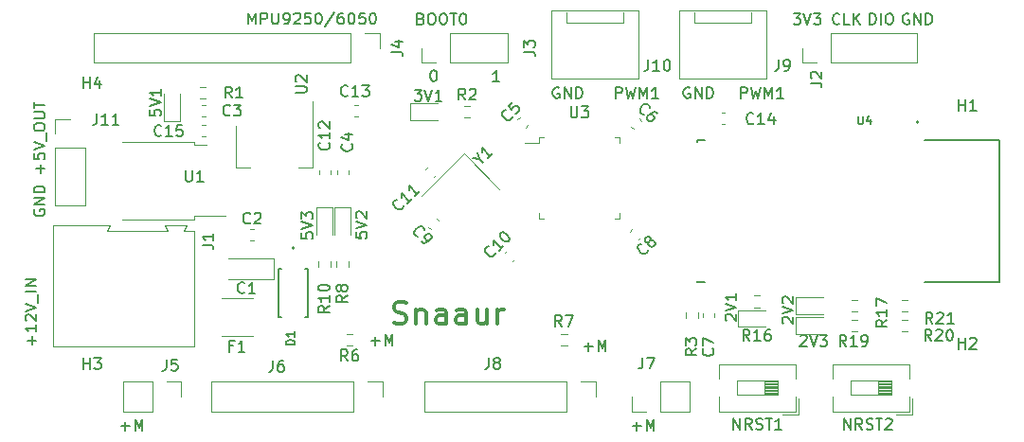
<source format=gbr>
%TF.GenerationSoftware,KiCad,Pcbnew,7.0.5*%
%TF.CreationDate,2023-07-07T02:12:31+07:00*%
%TF.ProjectId,snaaur_v1,736e6161-7572-45f7-9631-2e6b69636164,rev?*%
%TF.SameCoordinates,Original*%
%TF.FileFunction,Legend,Top*%
%TF.FilePolarity,Positive*%
%FSLAX46Y46*%
G04 Gerber Fmt 4.6, Leading zero omitted, Abs format (unit mm)*
G04 Created by KiCad (PCBNEW 7.0.5) date 2023-07-07 02:12:31*
%MOMM*%
%LPD*%
G01*
G04 APERTURE LIST*
%ADD10C,0.150000*%
%ADD11C,0.300000*%
%ADD12C,0.120000*%
%ADD13C,0.127000*%
%ADD14C,0.200000*%
G04 APERTURE END LIST*
D10*
X114890779Y-91944866D02*
X115652684Y-91944866D01*
X115271731Y-92325819D02*
X115271731Y-91563914D01*
X116128874Y-92325819D02*
X116128874Y-91325819D01*
X116128874Y-91325819D02*
X116462207Y-92040104D01*
X116462207Y-92040104D02*
X116795540Y-91325819D01*
X116795540Y-91325819D02*
X116795540Y-92325819D01*
X148688588Y-61083819D02*
X148117160Y-61083819D01*
X148402874Y-61083819D02*
X148402874Y-60083819D01*
X148402874Y-60083819D02*
X148307636Y-60226676D01*
X148307636Y-60226676D02*
X148212398Y-60321914D01*
X148212398Y-60321914D02*
X148117160Y-60369533D01*
D11*
X139262320Y-82702400D02*
X139548034Y-82797638D01*
X139548034Y-82797638D02*
X140024225Y-82797638D01*
X140024225Y-82797638D02*
X140214701Y-82702400D01*
X140214701Y-82702400D02*
X140309939Y-82607161D01*
X140309939Y-82607161D02*
X140405177Y-82416685D01*
X140405177Y-82416685D02*
X140405177Y-82226209D01*
X140405177Y-82226209D02*
X140309939Y-82035733D01*
X140309939Y-82035733D02*
X140214701Y-81940495D01*
X140214701Y-81940495D02*
X140024225Y-81845257D01*
X140024225Y-81845257D02*
X139643272Y-81750019D01*
X139643272Y-81750019D02*
X139452796Y-81654780D01*
X139452796Y-81654780D02*
X139357558Y-81559542D01*
X139357558Y-81559542D02*
X139262320Y-81369066D01*
X139262320Y-81369066D02*
X139262320Y-81178590D01*
X139262320Y-81178590D02*
X139357558Y-80988114D01*
X139357558Y-80988114D02*
X139452796Y-80892876D01*
X139452796Y-80892876D02*
X139643272Y-80797638D01*
X139643272Y-80797638D02*
X140119463Y-80797638D01*
X140119463Y-80797638D02*
X140405177Y-80892876D01*
X141262320Y-81464304D02*
X141262320Y-82797638D01*
X141262320Y-81654780D02*
X141357558Y-81559542D01*
X141357558Y-81559542D02*
X141548034Y-81464304D01*
X141548034Y-81464304D02*
X141833749Y-81464304D01*
X141833749Y-81464304D02*
X142024225Y-81559542D01*
X142024225Y-81559542D02*
X142119463Y-81750019D01*
X142119463Y-81750019D02*
X142119463Y-82797638D01*
X143928987Y-82797638D02*
X143928987Y-81750019D01*
X143928987Y-81750019D02*
X143833749Y-81559542D01*
X143833749Y-81559542D02*
X143643273Y-81464304D01*
X143643273Y-81464304D02*
X143262320Y-81464304D01*
X143262320Y-81464304D02*
X143071844Y-81559542D01*
X143928987Y-82702400D02*
X143738511Y-82797638D01*
X143738511Y-82797638D02*
X143262320Y-82797638D01*
X143262320Y-82797638D02*
X143071844Y-82702400D01*
X143071844Y-82702400D02*
X142976606Y-82511923D01*
X142976606Y-82511923D02*
X142976606Y-82321447D01*
X142976606Y-82321447D02*
X143071844Y-82130971D01*
X143071844Y-82130971D02*
X143262320Y-82035733D01*
X143262320Y-82035733D02*
X143738511Y-82035733D01*
X143738511Y-82035733D02*
X143928987Y-81940495D01*
X145738511Y-82797638D02*
X145738511Y-81750019D01*
X145738511Y-81750019D02*
X145643273Y-81559542D01*
X145643273Y-81559542D02*
X145452797Y-81464304D01*
X145452797Y-81464304D02*
X145071844Y-81464304D01*
X145071844Y-81464304D02*
X144881368Y-81559542D01*
X145738511Y-82702400D02*
X145548035Y-82797638D01*
X145548035Y-82797638D02*
X145071844Y-82797638D01*
X145071844Y-82797638D02*
X144881368Y-82702400D01*
X144881368Y-82702400D02*
X144786130Y-82511923D01*
X144786130Y-82511923D02*
X144786130Y-82321447D01*
X144786130Y-82321447D02*
X144881368Y-82130971D01*
X144881368Y-82130971D02*
X145071844Y-82035733D01*
X145071844Y-82035733D02*
X145548035Y-82035733D01*
X145548035Y-82035733D02*
X145738511Y-81940495D01*
X147548035Y-81464304D02*
X147548035Y-82797638D01*
X146690892Y-81464304D02*
X146690892Y-82511923D01*
X146690892Y-82511923D02*
X146786130Y-82702400D01*
X146786130Y-82702400D02*
X146976606Y-82797638D01*
X146976606Y-82797638D02*
X147262321Y-82797638D01*
X147262321Y-82797638D02*
X147452797Y-82702400D01*
X147452797Y-82702400D02*
X147548035Y-82607161D01*
X148500416Y-82797638D02*
X148500416Y-81464304D01*
X148500416Y-81845257D02*
X148595654Y-81654780D01*
X148595654Y-81654780D02*
X148690892Y-81559542D01*
X148690892Y-81559542D02*
X148881368Y-81464304D01*
X148881368Y-81464304D02*
X149071845Y-81464304D01*
D10*
X149834804Y-64222404D02*
X149834804Y-64289748D01*
X149834804Y-64289748D02*
X149767461Y-64424435D01*
X149767461Y-64424435D02*
X149700117Y-64491778D01*
X149700117Y-64491778D02*
X149565430Y-64559122D01*
X149565430Y-64559122D02*
X149430743Y-64559122D01*
X149430743Y-64559122D02*
X149329728Y-64525450D01*
X149329728Y-64525450D02*
X149161369Y-64424435D01*
X149161369Y-64424435D02*
X149060354Y-64323420D01*
X149060354Y-64323420D02*
X148959339Y-64155061D01*
X148959339Y-64155061D02*
X148925667Y-64054046D01*
X148925667Y-64054046D02*
X148925667Y-63919358D01*
X148925667Y-63919358D02*
X148993010Y-63784671D01*
X148993010Y-63784671D02*
X149060354Y-63717328D01*
X149060354Y-63717328D02*
X149195041Y-63649984D01*
X149195041Y-63649984D02*
X149262384Y-63649984D01*
X149834804Y-62942878D02*
X149498087Y-63279595D01*
X149498087Y-63279595D02*
X149801132Y-63649984D01*
X149801132Y-63649984D02*
X149801132Y-63582641D01*
X149801132Y-63582641D02*
X149834804Y-63481626D01*
X149834804Y-63481626D02*
X150003163Y-63313267D01*
X150003163Y-63313267D02*
X150104178Y-63279595D01*
X150104178Y-63279595D02*
X150171522Y-63279595D01*
X150171522Y-63279595D02*
X150272537Y-63313267D01*
X150272537Y-63313267D02*
X150440896Y-63481626D01*
X150440896Y-63481626D02*
X150474567Y-63582641D01*
X150474567Y-63582641D02*
X150474567Y-63649984D01*
X150474567Y-63649984D02*
X150440896Y-63751000D01*
X150440896Y-63751000D02*
X150272537Y-63919358D01*
X150272537Y-63919358D02*
X150171522Y-63953030D01*
X150171522Y-63953030D02*
X150104178Y-63953030D01*
X106930866Y-84632302D02*
X106930866Y-83870398D01*
X107311819Y-84251350D02*
X106549914Y-84251350D01*
X107311819Y-82870398D02*
X107311819Y-83441826D01*
X107311819Y-83156112D02*
X106311819Y-83156112D01*
X106311819Y-83156112D02*
X106454676Y-83251350D01*
X106454676Y-83251350D02*
X106549914Y-83346588D01*
X106549914Y-83346588D02*
X106597533Y-83441826D01*
X106407057Y-82489445D02*
X106359438Y-82441826D01*
X106359438Y-82441826D02*
X106311819Y-82346588D01*
X106311819Y-82346588D02*
X106311819Y-82108493D01*
X106311819Y-82108493D02*
X106359438Y-82013255D01*
X106359438Y-82013255D02*
X106407057Y-81965636D01*
X106407057Y-81965636D02*
X106502295Y-81918017D01*
X106502295Y-81918017D02*
X106597533Y-81918017D01*
X106597533Y-81918017D02*
X106740390Y-81965636D01*
X106740390Y-81965636D02*
X107311819Y-82537064D01*
X107311819Y-82537064D02*
X107311819Y-81918017D01*
X106311819Y-81632302D02*
X107311819Y-81298969D01*
X107311819Y-81298969D02*
X106311819Y-80965636D01*
X107407057Y-80870398D02*
X107407057Y-80108493D01*
X107311819Y-79870397D02*
X106311819Y-79870397D01*
X107311819Y-79394207D02*
X106311819Y-79394207D01*
X106311819Y-79394207D02*
X107311819Y-78822779D01*
X107311819Y-78822779D02*
X106311819Y-78822779D01*
X159086779Y-62607819D02*
X159086779Y-61607819D01*
X159086779Y-61607819D02*
X159467731Y-61607819D01*
X159467731Y-61607819D02*
X159562969Y-61655438D01*
X159562969Y-61655438D02*
X159610588Y-61703057D01*
X159610588Y-61703057D02*
X159658207Y-61798295D01*
X159658207Y-61798295D02*
X159658207Y-61941152D01*
X159658207Y-61941152D02*
X159610588Y-62036390D01*
X159610588Y-62036390D02*
X159562969Y-62084009D01*
X159562969Y-62084009D02*
X159467731Y-62131628D01*
X159467731Y-62131628D02*
X159086779Y-62131628D01*
X159991541Y-61607819D02*
X160229636Y-62607819D01*
X160229636Y-62607819D02*
X160420112Y-61893533D01*
X160420112Y-61893533D02*
X160610588Y-62607819D01*
X160610588Y-62607819D02*
X160848684Y-61607819D01*
X161229636Y-62607819D02*
X161229636Y-61607819D01*
X161229636Y-61607819D02*
X161562969Y-62322104D01*
X161562969Y-62322104D02*
X161896302Y-61607819D01*
X161896302Y-61607819D02*
X161896302Y-62607819D01*
X162896302Y-62607819D02*
X162324874Y-62607819D01*
X162610588Y-62607819D02*
X162610588Y-61607819D01*
X162610588Y-61607819D02*
X162515350Y-61750676D01*
X162515350Y-61750676D02*
X162420112Y-61845914D01*
X162420112Y-61845914D02*
X162324874Y-61893533D01*
X174970041Y-55003819D02*
X175589088Y-55003819D01*
X175589088Y-55003819D02*
X175255755Y-55384771D01*
X175255755Y-55384771D02*
X175398612Y-55384771D01*
X175398612Y-55384771D02*
X175493850Y-55432390D01*
X175493850Y-55432390D02*
X175541469Y-55480009D01*
X175541469Y-55480009D02*
X175589088Y-55575247D01*
X175589088Y-55575247D02*
X175589088Y-55813342D01*
X175589088Y-55813342D02*
X175541469Y-55908580D01*
X175541469Y-55908580D02*
X175493850Y-55956200D01*
X175493850Y-55956200D02*
X175398612Y-56003819D01*
X175398612Y-56003819D02*
X175112898Y-56003819D01*
X175112898Y-56003819D02*
X175017660Y-55956200D01*
X175017660Y-55956200D02*
X174970041Y-55908580D01*
X175874803Y-55003819D02*
X176208136Y-56003819D01*
X176208136Y-56003819D02*
X176541469Y-55003819D01*
X176779565Y-55003819D02*
X177398612Y-55003819D01*
X177398612Y-55003819D02*
X177065279Y-55384771D01*
X177065279Y-55384771D02*
X177208136Y-55384771D01*
X177208136Y-55384771D02*
X177303374Y-55432390D01*
X177303374Y-55432390D02*
X177350993Y-55480009D01*
X177350993Y-55480009D02*
X177398612Y-55575247D01*
X177398612Y-55575247D02*
X177398612Y-55813342D01*
X177398612Y-55813342D02*
X177350993Y-55908580D01*
X177350993Y-55908580D02*
X177303374Y-55956200D01*
X177303374Y-55956200D02*
X177208136Y-56003819D01*
X177208136Y-56003819D02*
X176922422Y-56003819D01*
X176922422Y-56003819D02*
X176827184Y-55956200D01*
X176827184Y-55956200D02*
X176779565Y-55908580D01*
X154022588Y-61655438D02*
X153927350Y-61607819D01*
X153927350Y-61607819D02*
X153784493Y-61607819D01*
X153784493Y-61607819D02*
X153641636Y-61655438D01*
X153641636Y-61655438D02*
X153546398Y-61750676D01*
X153546398Y-61750676D02*
X153498779Y-61845914D01*
X153498779Y-61845914D02*
X153451160Y-62036390D01*
X153451160Y-62036390D02*
X153451160Y-62179247D01*
X153451160Y-62179247D02*
X153498779Y-62369723D01*
X153498779Y-62369723D02*
X153546398Y-62464961D01*
X153546398Y-62464961D02*
X153641636Y-62560200D01*
X153641636Y-62560200D02*
X153784493Y-62607819D01*
X153784493Y-62607819D02*
X153879731Y-62607819D01*
X153879731Y-62607819D02*
X154022588Y-62560200D01*
X154022588Y-62560200D02*
X154070207Y-62512580D01*
X154070207Y-62512580D02*
X154070207Y-62179247D01*
X154070207Y-62179247D02*
X153879731Y-62179247D01*
X154498779Y-62607819D02*
X154498779Y-61607819D01*
X154498779Y-61607819D02*
X155070207Y-62607819D01*
X155070207Y-62607819D02*
X155070207Y-61607819D01*
X155546398Y-62607819D02*
X155546398Y-61607819D01*
X155546398Y-61607819D02*
X155784493Y-61607819D01*
X155784493Y-61607819D02*
X155927350Y-61655438D01*
X155927350Y-61655438D02*
X156022588Y-61750676D01*
X156022588Y-61750676D02*
X156070207Y-61845914D01*
X156070207Y-61845914D02*
X156117826Y-62036390D01*
X156117826Y-62036390D02*
X156117826Y-62179247D01*
X156117826Y-62179247D02*
X156070207Y-62369723D01*
X156070207Y-62369723D02*
X156022588Y-62464961D01*
X156022588Y-62464961D02*
X155927350Y-62560200D01*
X155927350Y-62560200D02*
X155784493Y-62607819D01*
X155784493Y-62607819D02*
X155546398Y-62607819D01*
X107121438Y-72545411D02*
X107073819Y-72640649D01*
X107073819Y-72640649D02*
X107073819Y-72783506D01*
X107073819Y-72783506D02*
X107121438Y-72926363D01*
X107121438Y-72926363D02*
X107216676Y-73021601D01*
X107216676Y-73021601D02*
X107311914Y-73069220D01*
X107311914Y-73069220D02*
X107502390Y-73116839D01*
X107502390Y-73116839D02*
X107645247Y-73116839D01*
X107645247Y-73116839D02*
X107835723Y-73069220D01*
X107835723Y-73069220D02*
X107930961Y-73021601D01*
X107930961Y-73021601D02*
X108026200Y-72926363D01*
X108026200Y-72926363D02*
X108073819Y-72783506D01*
X108073819Y-72783506D02*
X108073819Y-72688268D01*
X108073819Y-72688268D02*
X108026200Y-72545411D01*
X108026200Y-72545411D02*
X107978580Y-72497792D01*
X107978580Y-72497792D02*
X107645247Y-72497792D01*
X107645247Y-72497792D02*
X107645247Y-72688268D01*
X108073819Y-72069220D02*
X107073819Y-72069220D01*
X107073819Y-72069220D02*
X108073819Y-71497792D01*
X108073819Y-71497792D02*
X107073819Y-71497792D01*
X108073819Y-71021601D02*
X107073819Y-71021601D01*
X107073819Y-71021601D02*
X107073819Y-70783506D01*
X107073819Y-70783506D02*
X107121438Y-70640649D01*
X107121438Y-70640649D02*
X107216676Y-70545411D01*
X107216676Y-70545411D02*
X107311914Y-70497792D01*
X107311914Y-70497792D02*
X107502390Y-70450173D01*
X107502390Y-70450173D02*
X107645247Y-70450173D01*
X107645247Y-70450173D02*
X107835723Y-70497792D01*
X107835723Y-70497792D02*
X107930961Y-70545411D01*
X107930961Y-70545411D02*
X108026200Y-70640649D01*
X108026200Y-70640649D02*
X108073819Y-70783506D01*
X108073819Y-70783506D02*
X108073819Y-71021601D01*
X148310804Y-76414404D02*
X148310804Y-76481748D01*
X148310804Y-76481748D02*
X148243461Y-76616435D01*
X148243461Y-76616435D02*
X148176117Y-76683778D01*
X148176117Y-76683778D02*
X148041430Y-76751122D01*
X148041430Y-76751122D02*
X147906743Y-76751122D01*
X147906743Y-76751122D02*
X147805728Y-76717450D01*
X147805728Y-76717450D02*
X147637369Y-76616435D01*
X147637369Y-76616435D02*
X147536354Y-76515420D01*
X147536354Y-76515420D02*
X147435339Y-76347061D01*
X147435339Y-76347061D02*
X147401667Y-76246046D01*
X147401667Y-76246046D02*
X147401667Y-76111358D01*
X147401667Y-76111358D02*
X147469010Y-75976671D01*
X147469010Y-75976671D02*
X147536354Y-75909328D01*
X147536354Y-75909328D02*
X147671041Y-75841984D01*
X147671041Y-75841984D02*
X147738384Y-75841984D01*
X149051583Y-75808313D02*
X148647522Y-76212374D01*
X148849552Y-76010343D02*
X148142445Y-75303236D01*
X148142445Y-75303236D02*
X148176117Y-75471595D01*
X148176117Y-75471595D02*
X148176117Y-75606282D01*
X148176117Y-75606282D02*
X148142445Y-75707297D01*
X148782209Y-74663473D02*
X148849552Y-74596130D01*
X148849552Y-74596130D02*
X148950567Y-74562458D01*
X148950567Y-74562458D02*
X149017911Y-74562458D01*
X149017911Y-74562458D02*
X149118926Y-74596130D01*
X149118926Y-74596130D02*
X149287285Y-74697145D01*
X149287285Y-74697145D02*
X149455644Y-74865504D01*
X149455644Y-74865504D02*
X149556659Y-75033862D01*
X149556659Y-75033862D02*
X149590331Y-75134878D01*
X149590331Y-75134878D02*
X149590331Y-75202221D01*
X149590331Y-75202221D02*
X149556659Y-75303236D01*
X149556659Y-75303236D02*
X149489315Y-75370580D01*
X149489315Y-75370580D02*
X149388300Y-75404252D01*
X149388300Y-75404252D02*
X149320957Y-75404252D01*
X149320957Y-75404252D02*
X149219941Y-75370580D01*
X149219941Y-75370580D02*
X149051583Y-75269565D01*
X149051583Y-75269565D02*
X148883224Y-75101206D01*
X148883224Y-75101206D02*
X148782209Y-74932847D01*
X148782209Y-74932847D02*
X148748537Y-74831832D01*
X148748537Y-74831832D02*
X148748537Y-74764488D01*
X148748537Y-74764488D02*
X148782209Y-74663473D01*
X160610779Y-91944866D02*
X161372684Y-91944866D01*
X160991731Y-92325819D02*
X160991731Y-91563914D01*
X161848874Y-92325819D02*
X161848874Y-91325819D01*
X161848874Y-91325819D02*
X162182207Y-92040104D01*
X162182207Y-92040104D02*
X162515540Y-91325819D01*
X162515540Y-91325819D02*
X162515540Y-92325819D01*
X179106707Y-55908580D02*
X179059088Y-55956200D01*
X179059088Y-55956200D02*
X178916231Y-56003819D01*
X178916231Y-56003819D02*
X178820993Y-56003819D01*
X178820993Y-56003819D02*
X178678136Y-55956200D01*
X178678136Y-55956200D02*
X178582898Y-55860961D01*
X178582898Y-55860961D02*
X178535279Y-55765723D01*
X178535279Y-55765723D02*
X178487660Y-55575247D01*
X178487660Y-55575247D02*
X178487660Y-55432390D01*
X178487660Y-55432390D02*
X178535279Y-55241914D01*
X178535279Y-55241914D02*
X178582898Y-55146676D01*
X178582898Y-55146676D02*
X178678136Y-55051438D01*
X178678136Y-55051438D02*
X178820993Y-55003819D01*
X178820993Y-55003819D02*
X178916231Y-55003819D01*
X178916231Y-55003819D02*
X179059088Y-55051438D01*
X179059088Y-55051438D02*
X179106707Y-55099057D01*
X180011469Y-56003819D02*
X179535279Y-56003819D01*
X179535279Y-56003819D02*
X179535279Y-55003819D01*
X180344803Y-56003819D02*
X180344803Y-55003819D01*
X180916231Y-56003819D02*
X180487660Y-55432390D01*
X180916231Y-55003819D02*
X180344803Y-55575247D01*
X170262779Y-62607819D02*
X170262779Y-61607819D01*
X170262779Y-61607819D02*
X170643731Y-61607819D01*
X170643731Y-61607819D02*
X170738969Y-61655438D01*
X170738969Y-61655438D02*
X170786588Y-61703057D01*
X170786588Y-61703057D02*
X170834207Y-61798295D01*
X170834207Y-61798295D02*
X170834207Y-61941152D01*
X170834207Y-61941152D02*
X170786588Y-62036390D01*
X170786588Y-62036390D02*
X170738969Y-62084009D01*
X170738969Y-62084009D02*
X170643731Y-62131628D01*
X170643731Y-62131628D02*
X170262779Y-62131628D01*
X171167541Y-61607819D02*
X171405636Y-62607819D01*
X171405636Y-62607819D02*
X171596112Y-61893533D01*
X171596112Y-61893533D02*
X171786588Y-62607819D01*
X171786588Y-62607819D02*
X172024684Y-61607819D01*
X172405636Y-62607819D02*
X172405636Y-61607819D01*
X172405636Y-61607819D02*
X172738969Y-62322104D01*
X172738969Y-62322104D02*
X173072302Y-61607819D01*
X173072302Y-61607819D02*
X173072302Y-62607819D01*
X174072302Y-62607819D02*
X173500874Y-62607819D01*
X173786588Y-62607819D02*
X173786588Y-61607819D01*
X173786588Y-61607819D02*
X173691350Y-61750676D01*
X173691350Y-61750676D02*
X173596112Y-61845914D01*
X173596112Y-61845914D02*
X173500874Y-61893533D01*
X126235279Y-55950819D02*
X126235279Y-54950819D01*
X126235279Y-54950819D02*
X126568612Y-55665104D01*
X126568612Y-55665104D02*
X126901945Y-54950819D01*
X126901945Y-54950819D02*
X126901945Y-55950819D01*
X127378136Y-55950819D02*
X127378136Y-54950819D01*
X127378136Y-54950819D02*
X127759088Y-54950819D01*
X127759088Y-54950819D02*
X127854326Y-54998438D01*
X127854326Y-54998438D02*
X127901945Y-55046057D01*
X127901945Y-55046057D02*
X127949564Y-55141295D01*
X127949564Y-55141295D02*
X127949564Y-55284152D01*
X127949564Y-55284152D02*
X127901945Y-55379390D01*
X127901945Y-55379390D02*
X127854326Y-55427009D01*
X127854326Y-55427009D02*
X127759088Y-55474628D01*
X127759088Y-55474628D02*
X127378136Y-55474628D01*
X128378136Y-54950819D02*
X128378136Y-55760342D01*
X128378136Y-55760342D02*
X128425755Y-55855580D01*
X128425755Y-55855580D02*
X128473374Y-55903200D01*
X128473374Y-55903200D02*
X128568612Y-55950819D01*
X128568612Y-55950819D02*
X128759088Y-55950819D01*
X128759088Y-55950819D02*
X128854326Y-55903200D01*
X128854326Y-55903200D02*
X128901945Y-55855580D01*
X128901945Y-55855580D02*
X128949564Y-55760342D01*
X128949564Y-55760342D02*
X128949564Y-54950819D01*
X129473374Y-55950819D02*
X129663850Y-55950819D01*
X129663850Y-55950819D02*
X129759088Y-55903200D01*
X129759088Y-55903200D02*
X129806707Y-55855580D01*
X129806707Y-55855580D02*
X129901945Y-55712723D01*
X129901945Y-55712723D02*
X129949564Y-55522247D01*
X129949564Y-55522247D02*
X129949564Y-55141295D01*
X129949564Y-55141295D02*
X129901945Y-55046057D01*
X129901945Y-55046057D02*
X129854326Y-54998438D01*
X129854326Y-54998438D02*
X129759088Y-54950819D01*
X129759088Y-54950819D02*
X129568612Y-54950819D01*
X129568612Y-54950819D02*
X129473374Y-54998438D01*
X129473374Y-54998438D02*
X129425755Y-55046057D01*
X129425755Y-55046057D02*
X129378136Y-55141295D01*
X129378136Y-55141295D02*
X129378136Y-55379390D01*
X129378136Y-55379390D02*
X129425755Y-55474628D01*
X129425755Y-55474628D02*
X129473374Y-55522247D01*
X129473374Y-55522247D02*
X129568612Y-55569866D01*
X129568612Y-55569866D02*
X129759088Y-55569866D01*
X129759088Y-55569866D02*
X129854326Y-55522247D01*
X129854326Y-55522247D02*
X129901945Y-55474628D01*
X129901945Y-55474628D02*
X129949564Y-55379390D01*
X130330517Y-55046057D02*
X130378136Y-54998438D01*
X130378136Y-54998438D02*
X130473374Y-54950819D01*
X130473374Y-54950819D02*
X130711469Y-54950819D01*
X130711469Y-54950819D02*
X130806707Y-54998438D01*
X130806707Y-54998438D02*
X130854326Y-55046057D01*
X130854326Y-55046057D02*
X130901945Y-55141295D01*
X130901945Y-55141295D02*
X130901945Y-55236533D01*
X130901945Y-55236533D02*
X130854326Y-55379390D01*
X130854326Y-55379390D02*
X130282898Y-55950819D01*
X130282898Y-55950819D02*
X130901945Y-55950819D01*
X131806707Y-54950819D02*
X131330517Y-54950819D01*
X131330517Y-54950819D02*
X131282898Y-55427009D01*
X131282898Y-55427009D02*
X131330517Y-55379390D01*
X131330517Y-55379390D02*
X131425755Y-55331771D01*
X131425755Y-55331771D02*
X131663850Y-55331771D01*
X131663850Y-55331771D02*
X131759088Y-55379390D01*
X131759088Y-55379390D02*
X131806707Y-55427009D01*
X131806707Y-55427009D02*
X131854326Y-55522247D01*
X131854326Y-55522247D02*
X131854326Y-55760342D01*
X131854326Y-55760342D02*
X131806707Y-55855580D01*
X131806707Y-55855580D02*
X131759088Y-55903200D01*
X131759088Y-55903200D02*
X131663850Y-55950819D01*
X131663850Y-55950819D02*
X131425755Y-55950819D01*
X131425755Y-55950819D02*
X131330517Y-55903200D01*
X131330517Y-55903200D02*
X131282898Y-55855580D01*
X132473374Y-54950819D02*
X132568612Y-54950819D01*
X132568612Y-54950819D02*
X132663850Y-54998438D01*
X132663850Y-54998438D02*
X132711469Y-55046057D01*
X132711469Y-55046057D02*
X132759088Y-55141295D01*
X132759088Y-55141295D02*
X132806707Y-55331771D01*
X132806707Y-55331771D02*
X132806707Y-55569866D01*
X132806707Y-55569866D02*
X132759088Y-55760342D01*
X132759088Y-55760342D02*
X132711469Y-55855580D01*
X132711469Y-55855580D02*
X132663850Y-55903200D01*
X132663850Y-55903200D02*
X132568612Y-55950819D01*
X132568612Y-55950819D02*
X132473374Y-55950819D01*
X132473374Y-55950819D02*
X132378136Y-55903200D01*
X132378136Y-55903200D02*
X132330517Y-55855580D01*
X132330517Y-55855580D02*
X132282898Y-55760342D01*
X132282898Y-55760342D02*
X132235279Y-55569866D01*
X132235279Y-55569866D02*
X132235279Y-55331771D01*
X132235279Y-55331771D02*
X132282898Y-55141295D01*
X132282898Y-55141295D02*
X132330517Y-55046057D01*
X132330517Y-55046057D02*
X132378136Y-54998438D01*
X132378136Y-54998438D02*
X132473374Y-54950819D01*
X133949564Y-54903200D02*
X133092422Y-56188914D01*
X134711469Y-54950819D02*
X134520993Y-54950819D01*
X134520993Y-54950819D02*
X134425755Y-54998438D01*
X134425755Y-54998438D02*
X134378136Y-55046057D01*
X134378136Y-55046057D02*
X134282898Y-55188914D01*
X134282898Y-55188914D02*
X134235279Y-55379390D01*
X134235279Y-55379390D02*
X134235279Y-55760342D01*
X134235279Y-55760342D02*
X134282898Y-55855580D01*
X134282898Y-55855580D02*
X134330517Y-55903200D01*
X134330517Y-55903200D02*
X134425755Y-55950819D01*
X134425755Y-55950819D02*
X134616231Y-55950819D01*
X134616231Y-55950819D02*
X134711469Y-55903200D01*
X134711469Y-55903200D02*
X134759088Y-55855580D01*
X134759088Y-55855580D02*
X134806707Y-55760342D01*
X134806707Y-55760342D02*
X134806707Y-55522247D01*
X134806707Y-55522247D02*
X134759088Y-55427009D01*
X134759088Y-55427009D02*
X134711469Y-55379390D01*
X134711469Y-55379390D02*
X134616231Y-55331771D01*
X134616231Y-55331771D02*
X134425755Y-55331771D01*
X134425755Y-55331771D02*
X134330517Y-55379390D01*
X134330517Y-55379390D02*
X134282898Y-55427009D01*
X134282898Y-55427009D02*
X134235279Y-55522247D01*
X135425755Y-54950819D02*
X135520993Y-54950819D01*
X135520993Y-54950819D02*
X135616231Y-54998438D01*
X135616231Y-54998438D02*
X135663850Y-55046057D01*
X135663850Y-55046057D02*
X135711469Y-55141295D01*
X135711469Y-55141295D02*
X135759088Y-55331771D01*
X135759088Y-55331771D02*
X135759088Y-55569866D01*
X135759088Y-55569866D02*
X135711469Y-55760342D01*
X135711469Y-55760342D02*
X135663850Y-55855580D01*
X135663850Y-55855580D02*
X135616231Y-55903200D01*
X135616231Y-55903200D02*
X135520993Y-55950819D01*
X135520993Y-55950819D02*
X135425755Y-55950819D01*
X135425755Y-55950819D02*
X135330517Y-55903200D01*
X135330517Y-55903200D02*
X135282898Y-55855580D01*
X135282898Y-55855580D02*
X135235279Y-55760342D01*
X135235279Y-55760342D02*
X135187660Y-55569866D01*
X135187660Y-55569866D02*
X135187660Y-55331771D01*
X135187660Y-55331771D02*
X135235279Y-55141295D01*
X135235279Y-55141295D02*
X135282898Y-55046057D01*
X135282898Y-55046057D02*
X135330517Y-54998438D01*
X135330517Y-54998438D02*
X135425755Y-54950819D01*
X136663850Y-54950819D02*
X136187660Y-54950819D01*
X136187660Y-54950819D02*
X136140041Y-55427009D01*
X136140041Y-55427009D02*
X136187660Y-55379390D01*
X136187660Y-55379390D02*
X136282898Y-55331771D01*
X136282898Y-55331771D02*
X136520993Y-55331771D01*
X136520993Y-55331771D02*
X136616231Y-55379390D01*
X136616231Y-55379390D02*
X136663850Y-55427009D01*
X136663850Y-55427009D02*
X136711469Y-55522247D01*
X136711469Y-55522247D02*
X136711469Y-55760342D01*
X136711469Y-55760342D02*
X136663850Y-55855580D01*
X136663850Y-55855580D02*
X136616231Y-55903200D01*
X136616231Y-55903200D02*
X136520993Y-55950819D01*
X136520993Y-55950819D02*
X136282898Y-55950819D01*
X136282898Y-55950819D02*
X136187660Y-55903200D01*
X136187660Y-55903200D02*
X136140041Y-55855580D01*
X137330517Y-54950819D02*
X137425755Y-54950819D01*
X137425755Y-54950819D02*
X137520993Y-54998438D01*
X137520993Y-54998438D02*
X137568612Y-55046057D01*
X137568612Y-55046057D02*
X137616231Y-55141295D01*
X137616231Y-55141295D02*
X137663850Y-55331771D01*
X137663850Y-55331771D02*
X137663850Y-55569866D01*
X137663850Y-55569866D02*
X137616231Y-55760342D01*
X137616231Y-55760342D02*
X137568612Y-55855580D01*
X137568612Y-55855580D02*
X137520993Y-55903200D01*
X137520993Y-55903200D02*
X137425755Y-55950819D01*
X137425755Y-55950819D02*
X137330517Y-55950819D01*
X137330517Y-55950819D02*
X137235279Y-55903200D01*
X137235279Y-55903200D02*
X137187660Y-55855580D01*
X137187660Y-55855580D02*
X137140041Y-55760342D01*
X137140041Y-55760342D02*
X137092422Y-55569866D01*
X137092422Y-55569866D02*
X137092422Y-55331771D01*
X137092422Y-55331771D02*
X137140041Y-55141295D01*
X137140041Y-55141295D02*
X137187660Y-55046057D01*
X137187660Y-55046057D02*
X137235279Y-54998438D01*
X137235279Y-54998438D02*
X137330517Y-54950819D01*
X142767255Y-60083819D02*
X142862493Y-60083819D01*
X142862493Y-60083819D02*
X142957731Y-60131438D01*
X142957731Y-60131438D02*
X143005350Y-60179057D01*
X143005350Y-60179057D02*
X143052969Y-60274295D01*
X143052969Y-60274295D02*
X143100588Y-60464771D01*
X143100588Y-60464771D02*
X143100588Y-60702866D01*
X143100588Y-60702866D02*
X143052969Y-60893342D01*
X143052969Y-60893342D02*
X143005350Y-60988580D01*
X143005350Y-60988580D02*
X142957731Y-61036200D01*
X142957731Y-61036200D02*
X142862493Y-61083819D01*
X142862493Y-61083819D02*
X142767255Y-61083819D01*
X142767255Y-61083819D02*
X142672017Y-61036200D01*
X142672017Y-61036200D02*
X142624398Y-60988580D01*
X142624398Y-60988580D02*
X142576779Y-60893342D01*
X142576779Y-60893342D02*
X142529160Y-60702866D01*
X142529160Y-60702866D02*
X142529160Y-60464771D01*
X142529160Y-60464771D02*
X142576779Y-60274295D01*
X142576779Y-60274295D02*
X142624398Y-60179057D01*
X142624398Y-60179057D02*
X142672017Y-60131438D01*
X142672017Y-60131438D02*
X142767255Y-60083819D01*
X185279088Y-55051438D02*
X185183850Y-55003819D01*
X185183850Y-55003819D02*
X185040993Y-55003819D01*
X185040993Y-55003819D02*
X184898136Y-55051438D01*
X184898136Y-55051438D02*
X184802898Y-55146676D01*
X184802898Y-55146676D02*
X184755279Y-55241914D01*
X184755279Y-55241914D02*
X184707660Y-55432390D01*
X184707660Y-55432390D02*
X184707660Y-55575247D01*
X184707660Y-55575247D02*
X184755279Y-55765723D01*
X184755279Y-55765723D02*
X184802898Y-55860961D01*
X184802898Y-55860961D02*
X184898136Y-55956200D01*
X184898136Y-55956200D02*
X185040993Y-56003819D01*
X185040993Y-56003819D02*
X185136231Y-56003819D01*
X185136231Y-56003819D02*
X185279088Y-55956200D01*
X185279088Y-55956200D02*
X185326707Y-55908580D01*
X185326707Y-55908580D02*
X185326707Y-55575247D01*
X185326707Y-55575247D02*
X185136231Y-55575247D01*
X185755279Y-56003819D02*
X185755279Y-55003819D01*
X185755279Y-55003819D02*
X186326707Y-56003819D01*
X186326707Y-56003819D02*
X186326707Y-55003819D01*
X186802898Y-56003819D02*
X186802898Y-55003819D01*
X186802898Y-55003819D02*
X187040993Y-55003819D01*
X187040993Y-55003819D02*
X187183850Y-55051438D01*
X187183850Y-55051438D02*
X187279088Y-55146676D01*
X187279088Y-55146676D02*
X187326707Y-55241914D01*
X187326707Y-55241914D02*
X187374326Y-55432390D01*
X187374326Y-55432390D02*
X187374326Y-55575247D01*
X187374326Y-55575247D02*
X187326707Y-55765723D01*
X187326707Y-55765723D02*
X187279088Y-55860961D01*
X187279088Y-55860961D02*
X187183850Y-55956200D01*
X187183850Y-55956200D02*
X187040993Y-56003819D01*
X187040993Y-56003819D02*
X186802898Y-56003819D01*
X141678612Y-55487009D02*
X141821469Y-55534628D01*
X141821469Y-55534628D02*
X141869088Y-55582247D01*
X141869088Y-55582247D02*
X141916707Y-55677485D01*
X141916707Y-55677485D02*
X141916707Y-55820342D01*
X141916707Y-55820342D02*
X141869088Y-55915580D01*
X141869088Y-55915580D02*
X141821469Y-55963200D01*
X141821469Y-55963200D02*
X141726231Y-56010819D01*
X141726231Y-56010819D02*
X141345279Y-56010819D01*
X141345279Y-56010819D02*
X141345279Y-55010819D01*
X141345279Y-55010819D02*
X141678612Y-55010819D01*
X141678612Y-55010819D02*
X141773850Y-55058438D01*
X141773850Y-55058438D02*
X141821469Y-55106057D01*
X141821469Y-55106057D02*
X141869088Y-55201295D01*
X141869088Y-55201295D02*
X141869088Y-55296533D01*
X141869088Y-55296533D02*
X141821469Y-55391771D01*
X141821469Y-55391771D02*
X141773850Y-55439390D01*
X141773850Y-55439390D02*
X141678612Y-55487009D01*
X141678612Y-55487009D02*
X141345279Y-55487009D01*
X142535755Y-55010819D02*
X142726231Y-55010819D01*
X142726231Y-55010819D02*
X142821469Y-55058438D01*
X142821469Y-55058438D02*
X142916707Y-55153676D01*
X142916707Y-55153676D02*
X142964326Y-55344152D01*
X142964326Y-55344152D02*
X142964326Y-55677485D01*
X142964326Y-55677485D02*
X142916707Y-55867961D01*
X142916707Y-55867961D02*
X142821469Y-55963200D01*
X142821469Y-55963200D02*
X142726231Y-56010819D01*
X142726231Y-56010819D02*
X142535755Y-56010819D01*
X142535755Y-56010819D02*
X142440517Y-55963200D01*
X142440517Y-55963200D02*
X142345279Y-55867961D01*
X142345279Y-55867961D02*
X142297660Y-55677485D01*
X142297660Y-55677485D02*
X142297660Y-55344152D01*
X142297660Y-55344152D02*
X142345279Y-55153676D01*
X142345279Y-55153676D02*
X142440517Y-55058438D01*
X142440517Y-55058438D02*
X142535755Y-55010819D01*
X143583374Y-55010819D02*
X143773850Y-55010819D01*
X143773850Y-55010819D02*
X143869088Y-55058438D01*
X143869088Y-55058438D02*
X143964326Y-55153676D01*
X143964326Y-55153676D02*
X144011945Y-55344152D01*
X144011945Y-55344152D02*
X144011945Y-55677485D01*
X144011945Y-55677485D02*
X143964326Y-55867961D01*
X143964326Y-55867961D02*
X143869088Y-55963200D01*
X143869088Y-55963200D02*
X143773850Y-56010819D01*
X143773850Y-56010819D02*
X143583374Y-56010819D01*
X143583374Y-56010819D02*
X143488136Y-55963200D01*
X143488136Y-55963200D02*
X143392898Y-55867961D01*
X143392898Y-55867961D02*
X143345279Y-55677485D01*
X143345279Y-55677485D02*
X143345279Y-55344152D01*
X143345279Y-55344152D02*
X143392898Y-55153676D01*
X143392898Y-55153676D02*
X143488136Y-55058438D01*
X143488136Y-55058438D02*
X143583374Y-55010819D01*
X144297660Y-55010819D02*
X144869088Y-55010819D01*
X144583374Y-56010819D02*
X144583374Y-55010819D01*
X145392898Y-55010819D02*
X145488136Y-55010819D01*
X145488136Y-55010819D02*
X145583374Y-55058438D01*
X145583374Y-55058438D02*
X145630993Y-55106057D01*
X145630993Y-55106057D02*
X145678612Y-55201295D01*
X145678612Y-55201295D02*
X145726231Y-55391771D01*
X145726231Y-55391771D02*
X145726231Y-55629866D01*
X145726231Y-55629866D02*
X145678612Y-55820342D01*
X145678612Y-55820342D02*
X145630993Y-55915580D01*
X145630993Y-55915580D02*
X145583374Y-55963200D01*
X145583374Y-55963200D02*
X145488136Y-56010819D01*
X145488136Y-56010819D02*
X145392898Y-56010819D01*
X145392898Y-56010819D02*
X145297660Y-55963200D01*
X145297660Y-55963200D02*
X145250041Y-55915580D01*
X145250041Y-55915580D02*
X145202422Y-55820342D01*
X145202422Y-55820342D02*
X145154803Y-55629866D01*
X145154803Y-55629866D02*
X145154803Y-55391771D01*
X145154803Y-55391771D02*
X145202422Y-55201295D01*
X145202422Y-55201295D02*
X145250041Y-55106057D01*
X145250041Y-55106057D02*
X145297660Y-55058438D01*
X145297660Y-55058438D02*
X145392898Y-55010819D01*
X156292779Y-84832866D02*
X157054684Y-84832866D01*
X156673731Y-85213819D02*
X156673731Y-84451914D01*
X157530874Y-85213819D02*
X157530874Y-84213819D01*
X157530874Y-84213819D02*
X157864207Y-84928104D01*
X157864207Y-84928104D02*
X158197540Y-84213819D01*
X158197540Y-84213819D02*
X158197540Y-85213819D01*
X137242779Y-84324866D02*
X138004684Y-84324866D01*
X137623731Y-84705819D02*
X137623731Y-83943914D01*
X138480874Y-84705819D02*
X138480874Y-83705819D01*
X138480874Y-83705819D02*
X138814207Y-84420104D01*
X138814207Y-84420104D02*
X139147540Y-83705819D01*
X139147540Y-83705819D02*
X139147540Y-84705819D01*
X181785279Y-56003819D02*
X181785279Y-55003819D01*
X181785279Y-55003819D02*
X182023374Y-55003819D01*
X182023374Y-55003819D02*
X182166231Y-55051438D01*
X182166231Y-55051438D02*
X182261469Y-55146676D01*
X182261469Y-55146676D02*
X182309088Y-55241914D01*
X182309088Y-55241914D02*
X182356707Y-55432390D01*
X182356707Y-55432390D02*
X182356707Y-55575247D01*
X182356707Y-55575247D02*
X182309088Y-55765723D01*
X182309088Y-55765723D02*
X182261469Y-55860961D01*
X182261469Y-55860961D02*
X182166231Y-55956200D01*
X182166231Y-55956200D02*
X182023374Y-56003819D01*
X182023374Y-56003819D02*
X181785279Y-56003819D01*
X182785279Y-56003819D02*
X182785279Y-55003819D01*
X183451945Y-55003819D02*
X183642421Y-55003819D01*
X183642421Y-55003819D02*
X183737659Y-55051438D01*
X183737659Y-55051438D02*
X183832897Y-55146676D01*
X183832897Y-55146676D02*
X183880516Y-55337152D01*
X183880516Y-55337152D02*
X183880516Y-55670485D01*
X183880516Y-55670485D02*
X183832897Y-55860961D01*
X183832897Y-55860961D02*
X183737659Y-55956200D01*
X183737659Y-55956200D02*
X183642421Y-56003819D01*
X183642421Y-56003819D02*
X183451945Y-56003819D01*
X183451945Y-56003819D02*
X183356707Y-55956200D01*
X183356707Y-55956200D02*
X183261469Y-55860961D01*
X183261469Y-55860961D02*
X183213850Y-55670485D01*
X183213850Y-55670485D02*
X183213850Y-55337152D01*
X183213850Y-55337152D02*
X183261469Y-55146676D01*
X183261469Y-55146676D02*
X183356707Y-55051438D01*
X183356707Y-55051438D02*
X183451945Y-55003819D01*
X165706588Y-61655438D02*
X165611350Y-61607819D01*
X165611350Y-61607819D02*
X165468493Y-61607819D01*
X165468493Y-61607819D02*
X165325636Y-61655438D01*
X165325636Y-61655438D02*
X165230398Y-61750676D01*
X165230398Y-61750676D02*
X165182779Y-61845914D01*
X165182779Y-61845914D02*
X165135160Y-62036390D01*
X165135160Y-62036390D02*
X165135160Y-62179247D01*
X165135160Y-62179247D02*
X165182779Y-62369723D01*
X165182779Y-62369723D02*
X165230398Y-62464961D01*
X165230398Y-62464961D02*
X165325636Y-62560200D01*
X165325636Y-62560200D02*
X165468493Y-62607819D01*
X165468493Y-62607819D02*
X165563731Y-62607819D01*
X165563731Y-62607819D02*
X165706588Y-62560200D01*
X165706588Y-62560200D02*
X165754207Y-62512580D01*
X165754207Y-62512580D02*
X165754207Y-62179247D01*
X165754207Y-62179247D02*
X165563731Y-62179247D01*
X166182779Y-62607819D02*
X166182779Y-61607819D01*
X166182779Y-61607819D02*
X166754207Y-62607819D01*
X166754207Y-62607819D02*
X166754207Y-61607819D01*
X167230398Y-62607819D02*
X167230398Y-61607819D01*
X167230398Y-61607819D02*
X167468493Y-61607819D01*
X167468493Y-61607819D02*
X167611350Y-61655438D01*
X167611350Y-61655438D02*
X167706588Y-61750676D01*
X167706588Y-61750676D02*
X167754207Y-61845914D01*
X167754207Y-61845914D02*
X167801826Y-62036390D01*
X167801826Y-62036390D02*
X167801826Y-62179247D01*
X167801826Y-62179247D02*
X167754207Y-62369723D01*
X167754207Y-62369723D02*
X167706588Y-62464961D01*
X167706588Y-62464961D02*
X167611350Y-62560200D01*
X167611350Y-62560200D02*
X167468493Y-62607819D01*
X167468493Y-62607819D02*
X167230398Y-62607819D01*
X107692866Y-69259220D02*
X107692866Y-68497316D01*
X108073819Y-68878268D02*
X107311914Y-68878268D01*
X107073819Y-67544935D02*
X107073819Y-68021125D01*
X107073819Y-68021125D02*
X107550009Y-68068744D01*
X107550009Y-68068744D02*
X107502390Y-68021125D01*
X107502390Y-68021125D02*
X107454771Y-67925887D01*
X107454771Y-67925887D02*
X107454771Y-67687792D01*
X107454771Y-67687792D02*
X107502390Y-67592554D01*
X107502390Y-67592554D02*
X107550009Y-67544935D01*
X107550009Y-67544935D02*
X107645247Y-67497316D01*
X107645247Y-67497316D02*
X107883342Y-67497316D01*
X107883342Y-67497316D02*
X107978580Y-67544935D01*
X107978580Y-67544935D02*
X108026200Y-67592554D01*
X108026200Y-67592554D02*
X108073819Y-67687792D01*
X108073819Y-67687792D02*
X108073819Y-67925887D01*
X108073819Y-67925887D02*
X108026200Y-68021125D01*
X108026200Y-68021125D02*
X107978580Y-68068744D01*
X107073819Y-67211601D02*
X108073819Y-66878268D01*
X108073819Y-66878268D02*
X107073819Y-66544935D01*
X108169057Y-66449697D02*
X108169057Y-65687792D01*
X107073819Y-65259220D02*
X107073819Y-65068744D01*
X107073819Y-65068744D02*
X107121438Y-64973506D01*
X107121438Y-64973506D02*
X107216676Y-64878268D01*
X107216676Y-64878268D02*
X107407152Y-64830649D01*
X107407152Y-64830649D02*
X107740485Y-64830649D01*
X107740485Y-64830649D02*
X107930961Y-64878268D01*
X107930961Y-64878268D02*
X108026200Y-64973506D01*
X108026200Y-64973506D02*
X108073819Y-65068744D01*
X108073819Y-65068744D02*
X108073819Y-65259220D01*
X108073819Y-65259220D02*
X108026200Y-65354458D01*
X108026200Y-65354458D02*
X107930961Y-65449696D01*
X107930961Y-65449696D02*
X107740485Y-65497315D01*
X107740485Y-65497315D02*
X107407152Y-65497315D01*
X107407152Y-65497315D02*
X107216676Y-65449696D01*
X107216676Y-65449696D02*
X107121438Y-65354458D01*
X107121438Y-65354458D02*
X107073819Y-65259220D01*
X107073819Y-64402077D02*
X107883342Y-64402077D01*
X107883342Y-64402077D02*
X107978580Y-64354458D01*
X107978580Y-64354458D02*
X108026200Y-64306839D01*
X108026200Y-64306839D02*
X108073819Y-64211601D01*
X108073819Y-64211601D02*
X108073819Y-64021125D01*
X108073819Y-64021125D02*
X108026200Y-63925887D01*
X108026200Y-63925887D02*
X107978580Y-63878268D01*
X107978580Y-63878268D02*
X107883342Y-63830649D01*
X107883342Y-63830649D02*
X107073819Y-63830649D01*
X107073819Y-63497315D02*
X107073819Y-62925887D01*
X108073819Y-63211601D02*
X107073819Y-63211601D01*
%TO.C,C11*%
X140113272Y-72219447D02*
X140113272Y-72286791D01*
X140113272Y-72286791D02*
X140045928Y-72421478D01*
X140045928Y-72421478D02*
X139978585Y-72488821D01*
X139978585Y-72488821D02*
X139843898Y-72556165D01*
X139843898Y-72556165D02*
X139709211Y-72556165D01*
X139709211Y-72556165D02*
X139608196Y-72522493D01*
X139608196Y-72522493D02*
X139439837Y-72421478D01*
X139439837Y-72421478D02*
X139338822Y-72320463D01*
X139338822Y-72320463D02*
X139237806Y-72152104D01*
X139237806Y-72152104D02*
X139204135Y-72051089D01*
X139204135Y-72051089D02*
X139204135Y-71916402D01*
X139204135Y-71916402D02*
X139271478Y-71781715D01*
X139271478Y-71781715D02*
X139338822Y-71714371D01*
X139338822Y-71714371D02*
X139473509Y-71647028D01*
X139473509Y-71647028D02*
X139540852Y-71647028D01*
X140854050Y-71613356D02*
X140449989Y-72017417D01*
X140652020Y-71815386D02*
X139944913Y-71108280D01*
X139944913Y-71108280D02*
X139978585Y-71276638D01*
X139978585Y-71276638D02*
X139978585Y-71411325D01*
X139978585Y-71411325D02*
X139944913Y-71512341D01*
X141527486Y-70939921D02*
X141123425Y-71343982D01*
X141325455Y-71141951D02*
X140618348Y-70434844D01*
X140618348Y-70434844D02*
X140652020Y-70603203D01*
X140652020Y-70603203D02*
X140652020Y-70737890D01*
X140652020Y-70737890D02*
X140618348Y-70838905D01*
%TO.C,R3*%
X166316819Y-85002666D02*
X165840628Y-85335999D01*
X166316819Y-85574094D02*
X165316819Y-85574094D01*
X165316819Y-85574094D02*
X165316819Y-85193142D01*
X165316819Y-85193142D02*
X165364438Y-85097904D01*
X165364438Y-85097904D02*
X165412057Y-85050285D01*
X165412057Y-85050285D02*
X165507295Y-85002666D01*
X165507295Y-85002666D02*
X165650152Y-85002666D01*
X165650152Y-85002666D02*
X165745390Y-85050285D01*
X165745390Y-85050285D02*
X165793009Y-85097904D01*
X165793009Y-85097904D02*
X165840628Y-85193142D01*
X165840628Y-85193142D02*
X165840628Y-85574094D01*
X165316819Y-84669332D02*
X165316819Y-84050285D01*
X165316819Y-84050285D02*
X165697771Y-84383618D01*
X165697771Y-84383618D02*
X165697771Y-84240761D01*
X165697771Y-84240761D02*
X165745390Y-84145523D01*
X165745390Y-84145523D02*
X165793009Y-84097904D01*
X165793009Y-84097904D02*
X165888247Y-84050285D01*
X165888247Y-84050285D02*
X166126342Y-84050285D01*
X166126342Y-84050285D02*
X166221580Y-84097904D01*
X166221580Y-84097904D02*
X166269200Y-84145523D01*
X166269200Y-84145523D02*
X166316819Y-84240761D01*
X166316819Y-84240761D02*
X166316819Y-84526475D01*
X166316819Y-84526475D02*
X166269200Y-84621713D01*
X166269200Y-84621713D02*
X166221580Y-84669332D01*
%TO.C,D1*%
X130404467Y-84655177D02*
X129617065Y-84655177D01*
X129617065Y-84655177D02*
X129617065Y-84467700D01*
X129617065Y-84467700D02*
X129654560Y-84355214D01*
X129654560Y-84355214D02*
X129729551Y-84280224D01*
X129729551Y-84280224D02*
X129804542Y-84242728D01*
X129804542Y-84242728D02*
X129954523Y-84205233D01*
X129954523Y-84205233D02*
X130067009Y-84205233D01*
X130067009Y-84205233D02*
X130216990Y-84242728D01*
X130216990Y-84242728D02*
X130291981Y-84280224D01*
X130291981Y-84280224D02*
X130366972Y-84355214D01*
X130366972Y-84355214D02*
X130404467Y-84467700D01*
X130404467Y-84467700D02*
X130404467Y-84655177D01*
X130404467Y-83455326D02*
X130404467Y-83905270D01*
X130404467Y-83680298D02*
X129617065Y-83680298D01*
X129617065Y-83680298D02*
X129729551Y-83755289D01*
X129729551Y-83755289D02*
X129804542Y-83830280D01*
X129804542Y-83830280D02*
X129842037Y-83905270D01*
%TO.C,R10*%
X133488319Y-81162107D02*
X133012128Y-81495440D01*
X133488319Y-81733535D02*
X132488319Y-81733535D01*
X132488319Y-81733535D02*
X132488319Y-81352583D01*
X132488319Y-81352583D02*
X132535938Y-81257345D01*
X132535938Y-81257345D02*
X132583557Y-81209726D01*
X132583557Y-81209726D02*
X132678795Y-81162107D01*
X132678795Y-81162107D02*
X132821652Y-81162107D01*
X132821652Y-81162107D02*
X132916890Y-81209726D01*
X132916890Y-81209726D02*
X132964509Y-81257345D01*
X132964509Y-81257345D02*
X133012128Y-81352583D01*
X133012128Y-81352583D02*
X133012128Y-81733535D01*
X133488319Y-80209726D02*
X133488319Y-80781154D01*
X133488319Y-80495440D02*
X132488319Y-80495440D01*
X132488319Y-80495440D02*
X132631176Y-80590678D01*
X132631176Y-80590678D02*
X132726414Y-80685916D01*
X132726414Y-80685916D02*
X132774033Y-80781154D01*
X132488319Y-79590678D02*
X132488319Y-79495440D01*
X132488319Y-79495440D02*
X132535938Y-79400202D01*
X132535938Y-79400202D02*
X132583557Y-79352583D01*
X132583557Y-79352583D02*
X132678795Y-79304964D01*
X132678795Y-79304964D02*
X132869271Y-79257345D01*
X132869271Y-79257345D02*
X133107366Y-79257345D01*
X133107366Y-79257345D02*
X133297842Y-79304964D01*
X133297842Y-79304964D02*
X133393080Y-79352583D01*
X133393080Y-79352583D02*
X133440700Y-79400202D01*
X133440700Y-79400202D02*
X133488319Y-79495440D01*
X133488319Y-79495440D02*
X133488319Y-79590678D01*
X133488319Y-79590678D02*
X133440700Y-79685916D01*
X133440700Y-79685916D02*
X133393080Y-79733535D01*
X133393080Y-79733535D02*
X133297842Y-79781154D01*
X133297842Y-79781154D02*
X133107366Y-79828773D01*
X133107366Y-79828773D02*
X132869271Y-79828773D01*
X132869271Y-79828773D02*
X132678795Y-79781154D01*
X132678795Y-79781154D02*
X132583557Y-79733535D01*
X132583557Y-79733535D02*
X132535938Y-79685916D01*
X132535938Y-79685916D02*
X132488319Y-79590678D01*
%TO.C,C9*%
X141434104Y-74975194D02*
X141366760Y-74975194D01*
X141366760Y-74975194D02*
X141232073Y-74907850D01*
X141232073Y-74907850D02*
X141164730Y-74840507D01*
X141164730Y-74840507D02*
X141097386Y-74705820D01*
X141097386Y-74705820D02*
X141097386Y-74571133D01*
X141097386Y-74571133D02*
X141131058Y-74470118D01*
X141131058Y-74470118D02*
X141232073Y-74301759D01*
X141232073Y-74301759D02*
X141333088Y-74200744D01*
X141333088Y-74200744D02*
X141501447Y-74099728D01*
X141501447Y-74099728D02*
X141602462Y-74066057D01*
X141602462Y-74066057D02*
X141737149Y-74066057D01*
X141737149Y-74066057D02*
X141871836Y-74133400D01*
X141871836Y-74133400D02*
X141939180Y-74200744D01*
X141939180Y-74200744D02*
X142006523Y-74335431D01*
X142006523Y-74335431D02*
X142006523Y-74402774D01*
X141703478Y-75379255D02*
X141838165Y-75513942D01*
X141838165Y-75513942D02*
X141939180Y-75547614D01*
X141939180Y-75547614D02*
X142006523Y-75547614D01*
X142006523Y-75547614D02*
X142174882Y-75513942D01*
X142174882Y-75513942D02*
X142343241Y-75412927D01*
X142343241Y-75412927D02*
X142612615Y-75143553D01*
X142612615Y-75143553D02*
X142646287Y-75042537D01*
X142646287Y-75042537D02*
X142646287Y-74975194D01*
X142646287Y-74975194D02*
X142612615Y-74874179D01*
X142612615Y-74874179D02*
X142477928Y-74739492D01*
X142477928Y-74739492D02*
X142376913Y-74705820D01*
X142376913Y-74705820D02*
X142309569Y-74705820D01*
X142309569Y-74705820D02*
X142208554Y-74739492D01*
X142208554Y-74739492D02*
X142040195Y-74907850D01*
X142040195Y-74907850D02*
X142006523Y-75008866D01*
X142006523Y-75008866D02*
X142006523Y-75076209D01*
X142006523Y-75076209D02*
X142040195Y-75177224D01*
X142040195Y-75177224D02*
X142174882Y-75311911D01*
X142174882Y-75311911D02*
X142275897Y-75345583D01*
X142275897Y-75345583D02*
X142343241Y-75345583D01*
X142343241Y-75345583D02*
X142444256Y-75311911D01*
%TO.C,C1*%
X125907333Y-79959580D02*
X125859714Y-80007200D01*
X125859714Y-80007200D02*
X125716857Y-80054819D01*
X125716857Y-80054819D02*
X125621619Y-80054819D01*
X125621619Y-80054819D02*
X125478762Y-80007200D01*
X125478762Y-80007200D02*
X125383524Y-79911961D01*
X125383524Y-79911961D02*
X125335905Y-79816723D01*
X125335905Y-79816723D02*
X125288286Y-79626247D01*
X125288286Y-79626247D02*
X125288286Y-79483390D01*
X125288286Y-79483390D02*
X125335905Y-79292914D01*
X125335905Y-79292914D02*
X125383524Y-79197676D01*
X125383524Y-79197676D02*
X125478762Y-79102438D01*
X125478762Y-79102438D02*
X125621619Y-79054819D01*
X125621619Y-79054819D02*
X125716857Y-79054819D01*
X125716857Y-79054819D02*
X125859714Y-79102438D01*
X125859714Y-79102438D02*
X125907333Y-79150057D01*
X126859714Y-80054819D02*
X126288286Y-80054819D01*
X126574000Y-80054819D02*
X126574000Y-79054819D01*
X126574000Y-79054819D02*
X126478762Y-79197676D01*
X126478762Y-79197676D02*
X126383524Y-79292914D01*
X126383524Y-79292914D02*
X126288286Y-79340533D01*
%TO.C,H3*%
X111506095Y-86814819D02*
X111506095Y-85814819D01*
X111506095Y-86291009D02*
X112077523Y-86291009D01*
X112077523Y-86814819D02*
X112077523Y-85814819D01*
X112458476Y-85814819D02*
X113077523Y-85814819D01*
X113077523Y-85814819D02*
X112744190Y-86195771D01*
X112744190Y-86195771D02*
X112887047Y-86195771D01*
X112887047Y-86195771D02*
X112982285Y-86243390D01*
X112982285Y-86243390D02*
X113029904Y-86291009D01*
X113029904Y-86291009D02*
X113077523Y-86386247D01*
X113077523Y-86386247D02*
X113077523Y-86624342D01*
X113077523Y-86624342D02*
X113029904Y-86719580D01*
X113029904Y-86719580D02*
X112982285Y-86767200D01*
X112982285Y-86767200D02*
X112887047Y-86814819D01*
X112887047Y-86814819D02*
X112601333Y-86814819D01*
X112601333Y-86814819D02*
X112506095Y-86767200D01*
X112506095Y-86767200D02*
X112458476Y-86719580D01*
%TO.C,H2*%
X189738095Y-85004819D02*
X189738095Y-84004819D01*
X189738095Y-84481009D02*
X190309523Y-84481009D01*
X190309523Y-85004819D02*
X190309523Y-84004819D01*
X190738095Y-84100057D02*
X190785714Y-84052438D01*
X190785714Y-84052438D02*
X190880952Y-84004819D01*
X190880952Y-84004819D02*
X191119047Y-84004819D01*
X191119047Y-84004819D02*
X191214285Y-84052438D01*
X191214285Y-84052438D02*
X191261904Y-84100057D01*
X191261904Y-84100057D02*
X191309523Y-84195295D01*
X191309523Y-84195295D02*
X191309523Y-84290533D01*
X191309523Y-84290533D02*
X191261904Y-84433390D01*
X191261904Y-84433390D02*
X190690476Y-85004819D01*
X190690476Y-85004819D02*
X191309523Y-85004819D01*
%TO.C,R21*%
X187410142Y-82750819D02*
X187076809Y-82274628D01*
X186838714Y-82750819D02*
X186838714Y-81750819D01*
X186838714Y-81750819D02*
X187219666Y-81750819D01*
X187219666Y-81750819D02*
X187314904Y-81798438D01*
X187314904Y-81798438D02*
X187362523Y-81846057D01*
X187362523Y-81846057D02*
X187410142Y-81941295D01*
X187410142Y-81941295D02*
X187410142Y-82084152D01*
X187410142Y-82084152D02*
X187362523Y-82179390D01*
X187362523Y-82179390D02*
X187314904Y-82227009D01*
X187314904Y-82227009D02*
X187219666Y-82274628D01*
X187219666Y-82274628D02*
X186838714Y-82274628D01*
X187791095Y-81846057D02*
X187838714Y-81798438D01*
X187838714Y-81798438D02*
X187933952Y-81750819D01*
X187933952Y-81750819D02*
X188172047Y-81750819D01*
X188172047Y-81750819D02*
X188267285Y-81798438D01*
X188267285Y-81798438D02*
X188314904Y-81846057D01*
X188314904Y-81846057D02*
X188362523Y-81941295D01*
X188362523Y-81941295D02*
X188362523Y-82036533D01*
X188362523Y-82036533D02*
X188314904Y-82179390D01*
X188314904Y-82179390D02*
X187743476Y-82750819D01*
X187743476Y-82750819D02*
X188362523Y-82750819D01*
X189314904Y-82750819D02*
X188743476Y-82750819D01*
X189029190Y-82750819D02*
X189029190Y-81750819D01*
X189029190Y-81750819D02*
X188933952Y-81893676D01*
X188933952Y-81893676D02*
X188838714Y-81988914D01*
X188838714Y-81988914D02*
X188743476Y-82036533D01*
%TO.C,U2*%
X130452819Y-62091904D02*
X131262342Y-62091904D01*
X131262342Y-62091904D02*
X131357580Y-62044285D01*
X131357580Y-62044285D02*
X131405200Y-61996666D01*
X131405200Y-61996666D02*
X131452819Y-61901428D01*
X131452819Y-61901428D02*
X131452819Y-61710952D01*
X131452819Y-61710952D02*
X131405200Y-61615714D01*
X131405200Y-61615714D02*
X131357580Y-61568095D01*
X131357580Y-61568095D02*
X131262342Y-61520476D01*
X131262342Y-61520476D02*
X130452819Y-61520476D01*
X130548057Y-61091904D02*
X130500438Y-61044285D01*
X130500438Y-61044285D02*
X130452819Y-60949047D01*
X130452819Y-60949047D02*
X130452819Y-60710952D01*
X130452819Y-60710952D02*
X130500438Y-60615714D01*
X130500438Y-60615714D02*
X130548057Y-60568095D01*
X130548057Y-60568095D02*
X130643295Y-60520476D01*
X130643295Y-60520476D02*
X130738533Y-60520476D01*
X130738533Y-60520476D02*
X130881390Y-60568095D01*
X130881390Y-60568095D02*
X131452819Y-61139523D01*
X131452819Y-61139523D02*
X131452819Y-60520476D01*
%TO.C,R16*%
X171061142Y-84274819D02*
X170727809Y-83798628D01*
X170489714Y-84274819D02*
X170489714Y-83274819D01*
X170489714Y-83274819D02*
X170870666Y-83274819D01*
X170870666Y-83274819D02*
X170965904Y-83322438D01*
X170965904Y-83322438D02*
X171013523Y-83370057D01*
X171013523Y-83370057D02*
X171061142Y-83465295D01*
X171061142Y-83465295D02*
X171061142Y-83608152D01*
X171061142Y-83608152D02*
X171013523Y-83703390D01*
X171013523Y-83703390D02*
X170965904Y-83751009D01*
X170965904Y-83751009D02*
X170870666Y-83798628D01*
X170870666Y-83798628D02*
X170489714Y-83798628D01*
X172013523Y-84274819D02*
X171442095Y-84274819D01*
X171727809Y-84274819D02*
X171727809Y-83274819D01*
X171727809Y-83274819D02*
X171632571Y-83417676D01*
X171632571Y-83417676D02*
X171537333Y-83512914D01*
X171537333Y-83512914D02*
X171442095Y-83560533D01*
X172870666Y-83274819D02*
X172680190Y-83274819D01*
X172680190Y-83274819D02*
X172584952Y-83322438D01*
X172584952Y-83322438D02*
X172537333Y-83370057D01*
X172537333Y-83370057D02*
X172442095Y-83512914D01*
X172442095Y-83512914D02*
X172394476Y-83703390D01*
X172394476Y-83703390D02*
X172394476Y-84084342D01*
X172394476Y-84084342D02*
X172442095Y-84179580D01*
X172442095Y-84179580D02*
X172489714Y-84227200D01*
X172489714Y-84227200D02*
X172584952Y-84274819D01*
X172584952Y-84274819D02*
X172775428Y-84274819D01*
X172775428Y-84274819D02*
X172870666Y-84227200D01*
X172870666Y-84227200D02*
X172918285Y-84179580D01*
X172918285Y-84179580D02*
X172965904Y-84084342D01*
X172965904Y-84084342D02*
X172965904Y-83846247D01*
X172965904Y-83846247D02*
X172918285Y-83751009D01*
X172918285Y-83751009D02*
X172870666Y-83703390D01*
X172870666Y-83703390D02*
X172775428Y-83655771D01*
X172775428Y-83655771D02*
X172584952Y-83655771D01*
X172584952Y-83655771D02*
X172489714Y-83703390D01*
X172489714Y-83703390D02*
X172442095Y-83751009D01*
X172442095Y-83751009D02*
X172394476Y-83846247D01*
%TO.C,NRST2*%
X179490952Y-92223319D02*
X179490952Y-91223319D01*
X179490952Y-91223319D02*
X180062380Y-92223319D01*
X180062380Y-92223319D02*
X180062380Y-91223319D01*
X181109999Y-92223319D02*
X180776666Y-91747128D01*
X180538571Y-92223319D02*
X180538571Y-91223319D01*
X180538571Y-91223319D02*
X180919523Y-91223319D01*
X180919523Y-91223319D02*
X181014761Y-91270938D01*
X181014761Y-91270938D02*
X181062380Y-91318557D01*
X181062380Y-91318557D02*
X181109999Y-91413795D01*
X181109999Y-91413795D02*
X181109999Y-91556652D01*
X181109999Y-91556652D02*
X181062380Y-91651890D01*
X181062380Y-91651890D02*
X181014761Y-91699509D01*
X181014761Y-91699509D02*
X180919523Y-91747128D01*
X180919523Y-91747128D02*
X180538571Y-91747128D01*
X181490952Y-92175700D02*
X181633809Y-92223319D01*
X181633809Y-92223319D02*
X181871904Y-92223319D01*
X181871904Y-92223319D02*
X181967142Y-92175700D01*
X181967142Y-92175700D02*
X182014761Y-92128080D01*
X182014761Y-92128080D02*
X182062380Y-92032842D01*
X182062380Y-92032842D02*
X182062380Y-91937604D01*
X182062380Y-91937604D02*
X182014761Y-91842366D01*
X182014761Y-91842366D02*
X181967142Y-91794747D01*
X181967142Y-91794747D02*
X181871904Y-91747128D01*
X181871904Y-91747128D02*
X181681428Y-91699509D01*
X181681428Y-91699509D02*
X181586190Y-91651890D01*
X181586190Y-91651890D02*
X181538571Y-91604271D01*
X181538571Y-91604271D02*
X181490952Y-91509033D01*
X181490952Y-91509033D02*
X181490952Y-91413795D01*
X181490952Y-91413795D02*
X181538571Y-91318557D01*
X181538571Y-91318557D02*
X181586190Y-91270938D01*
X181586190Y-91270938D02*
X181681428Y-91223319D01*
X181681428Y-91223319D02*
X181919523Y-91223319D01*
X181919523Y-91223319D02*
X182062380Y-91270938D01*
X182348095Y-91223319D02*
X182919523Y-91223319D01*
X182633809Y-92223319D02*
X182633809Y-91223319D01*
X183205238Y-91318557D02*
X183252857Y-91270938D01*
X183252857Y-91270938D02*
X183348095Y-91223319D01*
X183348095Y-91223319D02*
X183586190Y-91223319D01*
X183586190Y-91223319D02*
X183681428Y-91270938D01*
X183681428Y-91270938D02*
X183729047Y-91318557D01*
X183729047Y-91318557D02*
X183776666Y-91413795D01*
X183776666Y-91413795D02*
X183776666Y-91509033D01*
X183776666Y-91509033D02*
X183729047Y-91651890D01*
X183729047Y-91651890D02*
X183157619Y-92223319D01*
X183157619Y-92223319D02*
X183776666Y-92223319D01*
%TO.C,R6*%
X135133333Y-86084819D02*
X134800000Y-85608628D01*
X134561905Y-86084819D02*
X134561905Y-85084819D01*
X134561905Y-85084819D02*
X134942857Y-85084819D01*
X134942857Y-85084819D02*
X135038095Y-85132438D01*
X135038095Y-85132438D02*
X135085714Y-85180057D01*
X135085714Y-85180057D02*
X135133333Y-85275295D01*
X135133333Y-85275295D02*
X135133333Y-85418152D01*
X135133333Y-85418152D02*
X135085714Y-85513390D01*
X135085714Y-85513390D02*
X135038095Y-85561009D01*
X135038095Y-85561009D02*
X134942857Y-85608628D01*
X134942857Y-85608628D02*
X134561905Y-85608628D01*
X135990476Y-85084819D02*
X135800000Y-85084819D01*
X135800000Y-85084819D02*
X135704762Y-85132438D01*
X135704762Y-85132438D02*
X135657143Y-85180057D01*
X135657143Y-85180057D02*
X135561905Y-85322914D01*
X135561905Y-85322914D02*
X135514286Y-85513390D01*
X135514286Y-85513390D02*
X135514286Y-85894342D01*
X135514286Y-85894342D02*
X135561905Y-85989580D01*
X135561905Y-85989580D02*
X135609524Y-86037200D01*
X135609524Y-86037200D02*
X135704762Y-86084819D01*
X135704762Y-86084819D02*
X135895238Y-86084819D01*
X135895238Y-86084819D02*
X135990476Y-86037200D01*
X135990476Y-86037200D02*
X136038095Y-85989580D01*
X136038095Y-85989580D02*
X136085714Y-85894342D01*
X136085714Y-85894342D02*
X136085714Y-85656247D01*
X136085714Y-85656247D02*
X136038095Y-85561009D01*
X136038095Y-85561009D02*
X135990476Y-85513390D01*
X135990476Y-85513390D02*
X135895238Y-85465771D01*
X135895238Y-85465771D02*
X135704762Y-85465771D01*
X135704762Y-85465771D02*
X135609524Y-85513390D01*
X135609524Y-85513390D02*
X135561905Y-85561009D01*
X135561905Y-85561009D02*
X135514286Y-85656247D01*
%TO.C,R2*%
X145641465Y-62730341D02*
X145308132Y-62254150D01*
X145070037Y-62730341D02*
X145070037Y-61730341D01*
X145070037Y-61730341D02*
X145450989Y-61730341D01*
X145450989Y-61730341D02*
X145546227Y-61777960D01*
X145546227Y-61777960D02*
X145593846Y-61825579D01*
X145593846Y-61825579D02*
X145641465Y-61920817D01*
X145641465Y-61920817D02*
X145641465Y-62063674D01*
X145641465Y-62063674D02*
X145593846Y-62158912D01*
X145593846Y-62158912D02*
X145546227Y-62206531D01*
X145546227Y-62206531D02*
X145450989Y-62254150D01*
X145450989Y-62254150D02*
X145070037Y-62254150D01*
X146022418Y-61825579D02*
X146070037Y-61777960D01*
X146070037Y-61777960D02*
X146165275Y-61730341D01*
X146165275Y-61730341D02*
X146403370Y-61730341D01*
X146403370Y-61730341D02*
X146498608Y-61777960D01*
X146498608Y-61777960D02*
X146546227Y-61825579D01*
X146546227Y-61825579D02*
X146593846Y-61920817D01*
X146593846Y-61920817D02*
X146593846Y-62016055D01*
X146593846Y-62016055D02*
X146546227Y-62158912D01*
X146546227Y-62158912D02*
X145974799Y-62730341D01*
X145974799Y-62730341D02*
X146593846Y-62730341D01*
%TO.C,F1*%
X124889666Y-84741009D02*
X124556333Y-84741009D01*
X124556333Y-85264819D02*
X124556333Y-84264819D01*
X124556333Y-84264819D02*
X125032523Y-84264819D01*
X125937285Y-85264819D02*
X125365857Y-85264819D01*
X125651571Y-85264819D02*
X125651571Y-84264819D01*
X125651571Y-84264819D02*
X125556333Y-84407676D01*
X125556333Y-84407676D02*
X125461095Y-84502914D01*
X125461095Y-84502914D02*
X125365857Y-84550533D01*
%TO.C,R17*%
X183334819Y-82430857D02*
X182858628Y-82764190D01*
X183334819Y-83002285D02*
X182334819Y-83002285D01*
X182334819Y-83002285D02*
X182334819Y-82621333D01*
X182334819Y-82621333D02*
X182382438Y-82526095D01*
X182382438Y-82526095D02*
X182430057Y-82478476D01*
X182430057Y-82478476D02*
X182525295Y-82430857D01*
X182525295Y-82430857D02*
X182668152Y-82430857D01*
X182668152Y-82430857D02*
X182763390Y-82478476D01*
X182763390Y-82478476D02*
X182811009Y-82526095D01*
X182811009Y-82526095D02*
X182858628Y-82621333D01*
X182858628Y-82621333D02*
X182858628Y-83002285D01*
X183334819Y-81478476D02*
X183334819Y-82049904D01*
X183334819Y-81764190D02*
X182334819Y-81764190D01*
X182334819Y-81764190D02*
X182477676Y-81859428D01*
X182477676Y-81859428D02*
X182572914Y-81954666D01*
X182572914Y-81954666D02*
X182620533Y-82049904D01*
X182334819Y-81145142D02*
X182334819Y-80478476D01*
X182334819Y-80478476D02*
X183334819Y-80907047D01*
%TO.C,2V2*%
X174048057Y-82724475D02*
X174000438Y-82676856D01*
X174000438Y-82676856D02*
X173952819Y-82581618D01*
X173952819Y-82581618D02*
X173952819Y-82343523D01*
X173952819Y-82343523D02*
X174000438Y-82248285D01*
X174000438Y-82248285D02*
X174048057Y-82200666D01*
X174048057Y-82200666D02*
X174143295Y-82153047D01*
X174143295Y-82153047D02*
X174238533Y-82153047D01*
X174238533Y-82153047D02*
X174381390Y-82200666D01*
X174381390Y-82200666D02*
X174952819Y-82772094D01*
X174952819Y-82772094D02*
X174952819Y-82153047D01*
X173952819Y-81867332D02*
X174952819Y-81533999D01*
X174952819Y-81533999D02*
X173952819Y-81200666D01*
X174048057Y-80914951D02*
X174000438Y-80867332D01*
X174000438Y-80867332D02*
X173952819Y-80772094D01*
X173952819Y-80772094D02*
X173952819Y-80533999D01*
X173952819Y-80533999D02*
X174000438Y-80438761D01*
X174000438Y-80438761D02*
X174048057Y-80391142D01*
X174048057Y-80391142D02*
X174143295Y-80343523D01*
X174143295Y-80343523D02*
X174238533Y-80343523D01*
X174238533Y-80343523D02*
X174381390Y-80391142D01*
X174381390Y-80391142D02*
X174952819Y-80962570D01*
X174952819Y-80962570D02*
X174952819Y-80343523D01*
%TO.C,C15*%
X118483142Y-65891580D02*
X118435523Y-65939200D01*
X118435523Y-65939200D02*
X118292666Y-65986819D01*
X118292666Y-65986819D02*
X118197428Y-65986819D01*
X118197428Y-65986819D02*
X118054571Y-65939200D01*
X118054571Y-65939200D02*
X117959333Y-65843961D01*
X117959333Y-65843961D02*
X117911714Y-65748723D01*
X117911714Y-65748723D02*
X117864095Y-65558247D01*
X117864095Y-65558247D02*
X117864095Y-65415390D01*
X117864095Y-65415390D02*
X117911714Y-65224914D01*
X117911714Y-65224914D02*
X117959333Y-65129676D01*
X117959333Y-65129676D02*
X118054571Y-65034438D01*
X118054571Y-65034438D02*
X118197428Y-64986819D01*
X118197428Y-64986819D02*
X118292666Y-64986819D01*
X118292666Y-64986819D02*
X118435523Y-65034438D01*
X118435523Y-65034438D02*
X118483142Y-65082057D01*
X119435523Y-65986819D02*
X118864095Y-65986819D01*
X119149809Y-65986819D02*
X119149809Y-64986819D01*
X119149809Y-64986819D02*
X119054571Y-65129676D01*
X119054571Y-65129676D02*
X118959333Y-65224914D01*
X118959333Y-65224914D02*
X118864095Y-65272533D01*
X120340285Y-64986819D02*
X119864095Y-64986819D01*
X119864095Y-64986819D02*
X119816476Y-65463009D01*
X119816476Y-65463009D02*
X119864095Y-65415390D01*
X119864095Y-65415390D02*
X119959333Y-65367771D01*
X119959333Y-65367771D02*
X120197428Y-65367771D01*
X120197428Y-65367771D02*
X120292666Y-65415390D01*
X120292666Y-65415390D02*
X120340285Y-65463009D01*
X120340285Y-65463009D02*
X120387904Y-65558247D01*
X120387904Y-65558247D02*
X120387904Y-65796342D01*
X120387904Y-65796342D02*
X120340285Y-65891580D01*
X120340285Y-65891580D02*
X120292666Y-65939200D01*
X120292666Y-65939200D02*
X120197428Y-65986819D01*
X120197428Y-65986819D02*
X119959333Y-65986819D01*
X119959333Y-65986819D02*
X119864095Y-65939200D01*
X119864095Y-65939200D02*
X119816476Y-65891580D01*
%TO.C,C8*%
X161969574Y-76179275D02*
X161969574Y-76246619D01*
X161969574Y-76246619D02*
X161902230Y-76381306D01*
X161902230Y-76381306D02*
X161834887Y-76448649D01*
X161834887Y-76448649D02*
X161700200Y-76515993D01*
X161700200Y-76515993D02*
X161565513Y-76515993D01*
X161565513Y-76515993D02*
X161464498Y-76482321D01*
X161464498Y-76482321D02*
X161296139Y-76381306D01*
X161296139Y-76381306D02*
X161195124Y-76280291D01*
X161195124Y-76280291D02*
X161094108Y-76111932D01*
X161094108Y-76111932D02*
X161060437Y-76010917D01*
X161060437Y-76010917D02*
X161060437Y-75876230D01*
X161060437Y-75876230D02*
X161127780Y-75741543D01*
X161127780Y-75741543D02*
X161195124Y-75674199D01*
X161195124Y-75674199D02*
X161329811Y-75606856D01*
X161329811Y-75606856D02*
X161397154Y-75606856D01*
X162036917Y-75438497D02*
X161935902Y-75472169D01*
X161935902Y-75472169D02*
X161868559Y-75472169D01*
X161868559Y-75472169D02*
X161767543Y-75438497D01*
X161767543Y-75438497D02*
X161733872Y-75404825D01*
X161733872Y-75404825D02*
X161700200Y-75303810D01*
X161700200Y-75303810D02*
X161700200Y-75236466D01*
X161700200Y-75236466D02*
X161733872Y-75135451D01*
X161733872Y-75135451D02*
X161868559Y-75000764D01*
X161868559Y-75000764D02*
X161969574Y-74967092D01*
X161969574Y-74967092D02*
X162036917Y-74967092D01*
X162036917Y-74967092D02*
X162137933Y-75000764D01*
X162137933Y-75000764D02*
X162171604Y-75034436D01*
X162171604Y-75034436D02*
X162205276Y-75135451D01*
X162205276Y-75135451D02*
X162205276Y-75202795D01*
X162205276Y-75202795D02*
X162171604Y-75303810D01*
X162171604Y-75303810D02*
X162036917Y-75438497D01*
X162036917Y-75438497D02*
X162003246Y-75539512D01*
X162003246Y-75539512D02*
X162003246Y-75606856D01*
X162003246Y-75606856D02*
X162036917Y-75707871D01*
X162036917Y-75707871D02*
X162171604Y-75842558D01*
X162171604Y-75842558D02*
X162272620Y-75876230D01*
X162272620Y-75876230D02*
X162339963Y-75876230D01*
X162339963Y-75876230D02*
X162440978Y-75842558D01*
X162440978Y-75842558D02*
X162575665Y-75707871D01*
X162575665Y-75707871D02*
X162609337Y-75606856D01*
X162609337Y-75606856D02*
X162609337Y-75539512D01*
X162609337Y-75539512D02*
X162575665Y-75438497D01*
X162575665Y-75438497D02*
X162440978Y-75303810D01*
X162440978Y-75303810D02*
X162339963Y-75270138D01*
X162339963Y-75270138D02*
X162272620Y-75270138D01*
X162272620Y-75270138D02*
X162171604Y-75303810D01*
%TO.C,R7*%
X154265333Y-83004819D02*
X153932000Y-82528628D01*
X153693905Y-83004819D02*
X153693905Y-82004819D01*
X153693905Y-82004819D02*
X154074857Y-82004819D01*
X154074857Y-82004819D02*
X154170095Y-82052438D01*
X154170095Y-82052438D02*
X154217714Y-82100057D01*
X154217714Y-82100057D02*
X154265333Y-82195295D01*
X154265333Y-82195295D02*
X154265333Y-82338152D01*
X154265333Y-82338152D02*
X154217714Y-82433390D01*
X154217714Y-82433390D02*
X154170095Y-82481009D01*
X154170095Y-82481009D02*
X154074857Y-82528628D01*
X154074857Y-82528628D02*
X153693905Y-82528628D01*
X154598667Y-82004819D02*
X155265333Y-82004819D01*
X155265333Y-82004819D02*
X154836762Y-83004819D01*
%TO.C,2V1*%
X168968057Y-82470475D02*
X168920438Y-82422856D01*
X168920438Y-82422856D02*
X168872819Y-82327618D01*
X168872819Y-82327618D02*
X168872819Y-82089523D01*
X168872819Y-82089523D02*
X168920438Y-81994285D01*
X168920438Y-81994285D02*
X168968057Y-81946666D01*
X168968057Y-81946666D02*
X169063295Y-81899047D01*
X169063295Y-81899047D02*
X169158533Y-81899047D01*
X169158533Y-81899047D02*
X169301390Y-81946666D01*
X169301390Y-81946666D02*
X169872819Y-82518094D01*
X169872819Y-82518094D02*
X169872819Y-81899047D01*
X168872819Y-81613332D02*
X169872819Y-81279999D01*
X169872819Y-81279999D02*
X168872819Y-80946666D01*
X169872819Y-80089523D02*
X169872819Y-80660951D01*
X169872819Y-80375237D02*
X168872819Y-80375237D01*
X168872819Y-80375237D02*
X169015676Y-80470475D01*
X169015676Y-80470475D02*
X169110914Y-80565713D01*
X169110914Y-80565713D02*
X169158533Y-80660951D01*
%TO.C,5V1*%
X117444819Y-63651666D02*
X117444819Y-64127856D01*
X117444819Y-64127856D02*
X117921009Y-64175475D01*
X117921009Y-64175475D02*
X117873390Y-64127856D01*
X117873390Y-64127856D02*
X117825771Y-64032618D01*
X117825771Y-64032618D02*
X117825771Y-63794523D01*
X117825771Y-63794523D02*
X117873390Y-63699285D01*
X117873390Y-63699285D02*
X117921009Y-63651666D01*
X117921009Y-63651666D02*
X118016247Y-63604047D01*
X118016247Y-63604047D02*
X118254342Y-63604047D01*
X118254342Y-63604047D02*
X118349580Y-63651666D01*
X118349580Y-63651666D02*
X118397200Y-63699285D01*
X118397200Y-63699285D02*
X118444819Y-63794523D01*
X118444819Y-63794523D02*
X118444819Y-64032618D01*
X118444819Y-64032618D02*
X118397200Y-64127856D01*
X118397200Y-64127856D02*
X118349580Y-64175475D01*
X117444819Y-63318332D02*
X118444819Y-62984999D01*
X118444819Y-62984999D02*
X117444819Y-62651666D01*
X118444819Y-61794523D02*
X118444819Y-62365951D01*
X118444819Y-62080237D02*
X117444819Y-62080237D01*
X117444819Y-62080237D02*
X117587676Y-62175475D01*
X117587676Y-62175475D02*
X117682914Y-62270713D01*
X117682914Y-62270713D02*
X117730533Y-62365951D01*
%TO.C,J2*%
X176492819Y-61222333D02*
X177207104Y-61222333D01*
X177207104Y-61222333D02*
X177349961Y-61269952D01*
X177349961Y-61269952D02*
X177445200Y-61365190D01*
X177445200Y-61365190D02*
X177492819Y-61508047D01*
X177492819Y-61508047D02*
X177492819Y-61603285D01*
X176588057Y-60793761D02*
X176540438Y-60746142D01*
X176540438Y-60746142D02*
X176492819Y-60650904D01*
X176492819Y-60650904D02*
X176492819Y-60412809D01*
X176492819Y-60412809D02*
X176540438Y-60317571D01*
X176540438Y-60317571D02*
X176588057Y-60269952D01*
X176588057Y-60269952D02*
X176683295Y-60222333D01*
X176683295Y-60222333D02*
X176778533Y-60222333D01*
X176778533Y-60222333D02*
X176921390Y-60269952D01*
X176921390Y-60269952D02*
X177492819Y-60841380D01*
X177492819Y-60841380D02*
X177492819Y-60222333D01*
%TO.C,J1*%
X122137819Y-75717333D02*
X122852104Y-75717333D01*
X122852104Y-75717333D02*
X122994961Y-75764952D01*
X122994961Y-75764952D02*
X123090200Y-75860190D01*
X123090200Y-75860190D02*
X123137819Y-76003047D01*
X123137819Y-76003047D02*
X123137819Y-76098285D01*
X123137819Y-74717333D02*
X123137819Y-75288761D01*
X123137819Y-75003047D02*
X122137819Y-75003047D01*
X122137819Y-75003047D02*
X122280676Y-75098285D01*
X122280676Y-75098285D02*
X122375914Y-75193523D01*
X122375914Y-75193523D02*
X122423533Y-75288761D01*
%TO.C,U4*%
X180794176Y-64207687D02*
X180794176Y-64774875D01*
X180794176Y-64774875D02*
X180827540Y-64841603D01*
X180827540Y-64841603D02*
X180860904Y-64874967D01*
X180860904Y-64874967D02*
X180927632Y-64908330D01*
X180927632Y-64908330D02*
X181061088Y-64908330D01*
X181061088Y-64908330D02*
X181127816Y-64874967D01*
X181127816Y-64874967D02*
X181161180Y-64841603D01*
X181161180Y-64841603D02*
X181194544Y-64774875D01*
X181194544Y-64774875D02*
X181194544Y-64207687D01*
X181828459Y-64441235D02*
X181828459Y-64908330D01*
X181661639Y-64174324D02*
X181494819Y-64674783D01*
X181494819Y-64674783D02*
X181928551Y-64674783D01*
%TO.C,C6*%
X161588050Y-64015248D02*
X161520706Y-64015248D01*
X161520706Y-64015248D02*
X161386019Y-63947904D01*
X161386019Y-63947904D02*
X161318676Y-63880561D01*
X161318676Y-63880561D02*
X161251332Y-63745874D01*
X161251332Y-63745874D02*
X161251332Y-63611187D01*
X161251332Y-63611187D02*
X161285004Y-63510172D01*
X161285004Y-63510172D02*
X161386019Y-63341813D01*
X161386019Y-63341813D02*
X161487034Y-63240798D01*
X161487034Y-63240798D02*
X161655393Y-63139782D01*
X161655393Y-63139782D02*
X161756408Y-63106111D01*
X161756408Y-63106111D02*
X161891095Y-63106111D01*
X161891095Y-63106111D02*
X162025782Y-63173454D01*
X162025782Y-63173454D02*
X162093126Y-63240798D01*
X162093126Y-63240798D02*
X162160469Y-63375485D01*
X162160469Y-63375485D02*
X162160469Y-63442828D01*
X162833904Y-63981576D02*
X162699217Y-63846889D01*
X162699217Y-63846889D02*
X162598202Y-63813217D01*
X162598202Y-63813217D02*
X162530859Y-63813217D01*
X162530859Y-63813217D02*
X162362500Y-63846889D01*
X162362500Y-63846889D02*
X162194141Y-63947904D01*
X162194141Y-63947904D02*
X161924767Y-64217278D01*
X161924767Y-64217278D02*
X161891095Y-64318294D01*
X161891095Y-64318294D02*
X161891095Y-64385637D01*
X161891095Y-64385637D02*
X161924767Y-64486652D01*
X161924767Y-64486652D02*
X162059454Y-64621339D01*
X162059454Y-64621339D02*
X162160469Y-64655011D01*
X162160469Y-64655011D02*
X162227813Y-64655011D01*
X162227813Y-64655011D02*
X162328828Y-64621339D01*
X162328828Y-64621339D02*
X162497187Y-64452981D01*
X162497187Y-64452981D02*
X162530859Y-64351965D01*
X162530859Y-64351965D02*
X162530859Y-64284622D01*
X162530859Y-64284622D02*
X162497187Y-64183607D01*
X162497187Y-64183607D02*
X162362500Y-64048920D01*
X162362500Y-64048920D02*
X162261485Y-64015248D01*
X162261485Y-64015248D02*
X162194141Y-64015248D01*
X162194141Y-64015248D02*
X162093126Y-64048920D01*
%TO.C,J11*%
X112728476Y-63970819D02*
X112728476Y-64685104D01*
X112728476Y-64685104D02*
X112680857Y-64827961D01*
X112680857Y-64827961D02*
X112585619Y-64923200D01*
X112585619Y-64923200D02*
X112442762Y-64970819D01*
X112442762Y-64970819D02*
X112347524Y-64970819D01*
X113728476Y-64970819D02*
X113157048Y-64970819D01*
X113442762Y-64970819D02*
X113442762Y-63970819D01*
X113442762Y-63970819D02*
X113347524Y-64113676D01*
X113347524Y-64113676D02*
X113252286Y-64208914D01*
X113252286Y-64208914D02*
X113157048Y-64256533D01*
X114680857Y-64970819D02*
X114109429Y-64970819D01*
X114395143Y-64970819D02*
X114395143Y-63970819D01*
X114395143Y-63970819D02*
X114299905Y-64113676D01*
X114299905Y-64113676D02*
X114204667Y-64208914D01*
X114204667Y-64208914D02*
X114109429Y-64256533D01*
%TO.C,U3*%
X155078595Y-63320819D02*
X155078595Y-64130342D01*
X155078595Y-64130342D02*
X155126214Y-64225580D01*
X155126214Y-64225580D02*
X155173833Y-64273200D01*
X155173833Y-64273200D02*
X155269071Y-64320819D01*
X155269071Y-64320819D02*
X155459547Y-64320819D01*
X155459547Y-64320819D02*
X155554785Y-64273200D01*
X155554785Y-64273200D02*
X155602404Y-64225580D01*
X155602404Y-64225580D02*
X155650023Y-64130342D01*
X155650023Y-64130342D02*
X155650023Y-63320819D01*
X156030976Y-63320819D02*
X156650023Y-63320819D01*
X156650023Y-63320819D02*
X156316690Y-63701771D01*
X156316690Y-63701771D02*
X156459547Y-63701771D01*
X156459547Y-63701771D02*
X156554785Y-63749390D01*
X156554785Y-63749390D02*
X156602404Y-63797009D01*
X156602404Y-63797009D02*
X156650023Y-63892247D01*
X156650023Y-63892247D02*
X156650023Y-64130342D01*
X156650023Y-64130342D02*
X156602404Y-64225580D01*
X156602404Y-64225580D02*
X156554785Y-64273200D01*
X156554785Y-64273200D02*
X156459547Y-64320819D01*
X156459547Y-64320819D02*
X156173833Y-64320819D01*
X156173833Y-64320819D02*
X156078595Y-64273200D01*
X156078595Y-64273200D02*
X156030976Y-64225580D01*
%TO.C,Y1*%
X146872550Y-68047224D02*
X147209268Y-68383942D01*
X146266459Y-67912537D02*
X146872550Y-68047224D01*
X146872550Y-68047224D02*
X146737863Y-67441133D01*
X148051061Y-67542148D02*
X147647000Y-67946209D01*
X147849031Y-67744178D02*
X147141924Y-67037072D01*
X147141924Y-67037072D02*
X147175596Y-67205430D01*
X147175596Y-67205430D02*
X147175596Y-67340117D01*
X147175596Y-67340117D02*
X147141924Y-67441133D01*
%TO.C,C7*%
X167745580Y-85002666D02*
X167793200Y-85050285D01*
X167793200Y-85050285D02*
X167840819Y-85193142D01*
X167840819Y-85193142D02*
X167840819Y-85288380D01*
X167840819Y-85288380D02*
X167793200Y-85431237D01*
X167793200Y-85431237D02*
X167697961Y-85526475D01*
X167697961Y-85526475D02*
X167602723Y-85574094D01*
X167602723Y-85574094D02*
X167412247Y-85621713D01*
X167412247Y-85621713D02*
X167269390Y-85621713D01*
X167269390Y-85621713D02*
X167078914Y-85574094D01*
X167078914Y-85574094D02*
X166983676Y-85526475D01*
X166983676Y-85526475D02*
X166888438Y-85431237D01*
X166888438Y-85431237D02*
X166840819Y-85288380D01*
X166840819Y-85288380D02*
X166840819Y-85193142D01*
X166840819Y-85193142D02*
X166888438Y-85050285D01*
X166888438Y-85050285D02*
X166936057Y-85002666D01*
X166840819Y-84669332D02*
X166840819Y-84002666D01*
X166840819Y-84002666D02*
X167840819Y-84431237D01*
%TO.C,5V2*%
X135852819Y-74580666D02*
X135852819Y-75056856D01*
X135852819Y-75056856D02*
X136329009Y-75104475D01*
X136329009Y-75104475D02*
X136281390Y-75056856D01*
X136281390Y-75056856D02*
X136233771Y-74961618D01*
X136233771Y-74961618D02*
X136233771Y-74723523D01*
X136233771Y-74723523D02*
X136281390Y-74628285D01*
X136281390Y-74628285D02*
X136329009Y-74580666D01*
X136329009Y-74580666D02*
X136424247Y-74533047D01*
X136424247Y-74533047D02*
X136662342Y-74533047D01*
X136662342Y-74533047D02*
X136757580Y-74580666D01*
X136757580Y-74580666D02*
X136805200Y-74628285D01*
X136805200Y-74628285D02*
X136852819Y-74723523D01*
X136852819Y-74723523D02*
X136852819Y-74961618D01*
X136852819Y-74961618D02*
X136805200Y-75056856D01*
X136805200Y-75056856D02*
X136757580Y-75104475D01*
X135852819Y-74247332D02*
X136852819Y-73913999D01*
X136852819Y-73913999D02*
X135852819Y-73580666D01*
X135948057Y-73294951D02*
X135900438Y-73247332D01*
X135900438Y-73247332D02*
X135852819Y-73152094D01*
X135852819Y-73152094D02*
X135852819Y-72913999D01*
X135852819Y-72913999D02*
X135900438Y-72818761D01*
X135900438Y-72818761D02*
X135948057Y-72771142D01*
X135948057Y-72771142D02*
X136043295Y-72723523D01*
X136043295Y-72723523D02*
X136138533Y-72723523D01*
X136138533Y-72723523D02*
X136281390Y-72771142D01*
X136281390Y-72771142D02*
X136852819Y-73342570D01*
X136852819Y-73342570D02*
X136852819Y-72723523D01*
%TO.C,H1*%
X189738095Y-63700819D02*
X189738095Y-62700819D01*
X189738095Y-63177009D02*
X190309523Y-63177009D01*
X190309523Y-63700819D02*
X190309523Y-62700819D01*
X191309523Y-63700819D02*
X190738095Y-63700819D01*
X191023809Y-63700819D02*
X191023809Y-62700819D01*
X191023809Y-62700819D02*
X190928571Y-62843676D01*
X190928571Y-62843676D02*
X190833333Y-62938914D01*
X190833333Y-62938914D02*
X190738095Y-62986533D01*
%TO.C,C2*%
X126415333Y-73731580D02*
X126367714Y-73779200D01*
X126367714Y-73779200D02*
X126224857Y-73826819D01*
X126224857Y-73826819D02*
X126129619Y-73826819D01*
X126129619Y-73826819D02*
X125986762Y-73779200D01*
X125986762Y-73779200D02*
X125891524Y-73683961D01*
X125891524Y-73683961D02*
X125843905Y-73588723D01*
X125843905Y-73588723D02*
X125796286Y-73398247D01*
X125796286Y-73398247D02*
X125796286Y-73255390D01*
X125796286Y-73255390D02*
X125843905Y-73064914D01*
X125843905Y-73064914D02*
X125891524Y-72969676D01*
X125891524Y-72969676D02*
X125986762Y-72874438D01*
X125986762Y-72874438D02*
X126129619Y-72826819D01*
X126129619Y-72826819D02*
X126224857Y-72826819D01*
X126224857Y-72826819D02*
X126367714Y-72874438D01*
X126367714Y-72874438D02*
X126415333Y-72922057D01*
X126796286Y-72922057D02*
X126843905Y-72874438D01*
X126843905Y-72874438D02*
X126939143Y-72826819D01*
X126939143Y-72826819D02*
X127177238Y-72826819D01*
X127177238Y-72826819D02*
X127272476Y-72874438D01*
X127272476Y-72874438D02*
X127320095Y-72922057D01*
X127320095Y-72922057D02*
X127367714Y-73017295D01*
X127367714Y-73017295D02*
X127367714Y-73112533D01*
X127367714Y-73112533D02*
X127320095Y-73255390D01*
X127320095Y-73255390D02*
X126748667Y-73826819D01*
X126748667Y-73826819D02*
X127367714Y-73826819D01*
%TO.C,R1*%
X124769333Y-62564819D02*
X124436000Y-62088628D01*
X124197905Y-62564819D02*
X124197905Y-61564819D01*
X124197905Y-61564819D02*
X124578857Y-61564819D01*
X124578857Y-61564819D02*
X124674095Y-61612438D01*
X124674095Y-61612438D02*
X124721714Y-61660057D01*
X124721714Y-61660057D02*
X124769333Y-61755295D01*
X124769333Y-61755295D02*
X124769333Y-61898152D01*
X124769333Y-61898152D02*
X124721714Y-61993390D01*
X124721714Y-61993390D02*
X124674095Y-62041009D01*
X124674095Y-62041009D02*
X124578857Y-62088628D01*
X124578857Y-62088628D02*
X124197905Y-62088628D01*
X125721714Y-62564819D02*
X125150286Y-62564819D01*
X125436000Y-62564819D02*
X125436000Y-61564819D01*
X125436000Y-61564819D02*
X125340762Y-61707676D01*
X125340762Y-61707676D02*
X125245524Y-61802914D01*
X125245524Y-61802914D02*
X125150286Y-61850533D01*
%TO.C,R8*%
X135118319Y-80235916D02*
X134642128Y-80569249D01*
X135118319Y-80807344D02*
X134118319Y-80807344D01*
X134118319Y-80807344D02*
X134118319Y-80426392D01*
X134118319Y-80426392D02*
X134165938Y-80331154D01*
X134165938Y-80331154D02*
X134213557Y-80283535D01*
X134213557Y-80283535D02*
X134308795Y-80235916D01*
X134308795Y-80235916D02*
X134451652Y-80235916D01*
X134451652Y-80235916D02*
X134546890Y-80283535D01*
X134546890Y-80283535D02*
X134594509Y-80331154D01*
X134594509Y-80331154D02*
X134642128Y-80426392D01*
X134642128Y-80426392D02*
X134642128Y-80807344D01*
X134546890Y-79664487D02*
X134499271Y-79759725D01*
X134499271Y-79759725D02*
X134451652Y-79807344D01*
X134451652Y-79807344D02*
X134356414Y-79854963D01*
X134356414Y-79854963D02*
X134308795Y-79854963D01*
X134308795Y-79854963D02*
X134213557Y-79807344D01*
X134213557Y-79807344D02*
X134165938Y-79759725D01*
X134165938Y-79759725D02*
X134118319Y-79664487D01*
X134118319Y-79664487D02*
X134118319Y-79474011D01*
X134118319Y-79474011D02*
X134165938Y-79378773D01*
X134165938Y-79378773D02*
X134213557Y-79331154D01*
X134213557Y-79331154D02*
X134308795Y-79283535D01*
X134308795Y-79283535D02*
X134356414Y-79283535D01*
X134356414Y-79283535D02*
X134451652Y-79331154D01*
X134451652Y-79331154D02*
X134499271Y-79378773D01*
X134499271Y-79378773D02*
X134546890Y-79474011D01*
X134546890Y-79474011D02*
X134546890Y-79664487D01*
X134546890Y-79664487D02*
X134594509Y-79759725D01*
X134594509Y-79759725D02*
X134642128Y-79807344D01*
X134642128Y-79807344D02*
X134737366Y-79854963D01*
X134737366Y-79854963D02*
X134927842Y-79854963D01*
X134927842Y-79854963D02*
X135023080Y-79807344D01*
X135023080Y-79807344D02*
X135070700Y-79759725D01*
X135070700Y-79759725D02*
X135118319Y-79664487D01*
X135118319Y-79664487D02*
X135118319Y-79474011D01*
X135118319Y-79474011D02*
X135070700Y-79378773D01*
X135070700Y-79378773D02*
X135023080Y-79331154D01*
X135023080Y-79331154D02*
X134927842Y-79283535D01*
X134927842Y-79283535D02*
X134737366Y-79283535D01*
X134737366Y-79283535D02*
X134642128Y-79331154D01*
X134642128Y-79331154D02*
X134594509Y-79378773D01*
X134594509Y-79378773D02*
X134546890Y-79474011D01*
%TO.C,R20*%
X187317142Y-84274819D02*
X186983809Y-83798628D01*
X186745714Y-84274819D02*
X186745714Y-83274819D01*
X186745714Y-83274819D02*
X187126666Y-83274819D01*
X187126666Y-83274819D02*
X187221904Y-83322438D01*
X187221904Y-83322438D02*
X187269523Y-83370057D01*
X187269523Y-83370057D02*
X187317142Y-83465295D01*
X187317142Y-83465295D02*
X187317142Y-83608152D01*
X187317142Y-83608152D02*
X187269523Y-83703390D01*
X187269523Y-83703390D02*
X187221904Y-83751009D01*
X187221904Y-83751009D02*
X187126666Y-83798628D01*
X187126666Y-83798628D02*
X186745714Y-83798628D01*
X187698095Y-83370057D02*
X187745714Y-83322438D01*
X187745714Y-83322438D02*
X187840952Y-83274819D01*
X187840952Y-83274819D02*
X188079047Y-83274819D01*
X188079047Y-83274819D02*
X188174285Y-83322438D01*
X188174285Y-83322438D02*
X188221904Y-83370057D01*
X188221904Y-83370057D02*
X188269523Y-83465295D01*
X188269523Y-83465295D02*
X188269523Y-83560533D01*
X188269523Y-83560533D02*
X188221904Y-83703390D01*
X188221904Y-83703390D02*
X187650476Y-84274819D01*
X187650476Y-84274819D02*
X188269523Y-84274819D01*
X188888571Y-83274819D02*
X188983809Y-83274819D01*
X188983809Y-83274819D02*
X189079047Y-83322438D01*
X189079047Y-83322438D02*
X189126666Y-83370057D01*
X189126666Y-83370057D02*
X189174285Y-83465295D01*
X189174285Y-83465295D02*
X189221904Y-83655771D01*
X189221904Y-83655771D02*
X189221904Y-83893866D01*
X189221904Y-83893866D02*
X189174285Y-84084342D01*
X189174285Y-84084342D02*
X189126666Y-84179580D01*
X189126666Y-84179580D02*
X189079047Y-84227200D01*
X189079047Y-84227200D02*
X188983809Y-84274819D01*
X188983809Y-84274819D02*
X188888571Y-84274819D01*
X188888571Y-84274819D02*
X188793333Y-84227200D01*
X188793333Y-84227200D02*
X188745714Y-84179580D01*
X188745714Y-84179580D02*
X188698095Y-84084342D01*
X188698095Y-84084342D02*
X188650476Y-83893866D01*
X188650476Y-83893866D02*
X188650476Y-83655771D01*
X188650476Y-83655771D02*
X188698095Y-83465295D01*
X188698095Y-83465295D02*
X188745714Y-83370057D01*
X188745714Y-83370057D02*
X188793333Y-83322438D01*
X188793333Y-83322438D02*
X188888571Y-83274819D01*
%TO.C,2V3*%
X175593524Y-83878057D02*
X175641143Y-83830438D01*
X175641143Y-83830438D02*
X175736381Y-83782819D01*
X175736381Y-83782819D02*
X175974476Y-83782819D01*
X175974476Y-83782819D02*
X176069714Y-83830438D01*
X176069714Y-83830438D02*
X176117333Y-83878057D01*
X176117333Y-83878057D02*
X176164952Y-83973295D01*
X176164952Y-83973295D02*
X176164952Y-84068533D01*
X176164952Y-84068533D02*
X176117333Y-84211390D01*
X176117333Y-84211390D02*
X175545905Y-84782819D01*
X175545905Y-84782819D02*
X176164952Y-84782819D01*
X176450667Y-83782819D02*
X176784000Y-84782819D01*
X176784000Y-84782819D02*
X177117333Y-83782819D01*
X177355429Y-83782819D02*
X177974476Y-83782819D01*
X177974476Y-83782819D02*
X177641143Y-84163771D01*
X177641143Y-84163771D02*
X177784000Y-84163771D01*
X177784000Y-84163771D02*
X177879238Y-84211390D01*
X177879238Y-84211390D02*
X177926857Y-84259009D01*
X177926857Y-84259009D02*
X177974476Y-84354247D01*
X177974476Y-84354247D02*
X177974476Y-84592342D01*
X177974476Y-84592342D02*
X177926857Y-84687580D01*
X177926857Y-84687580D02*
X177879238Y-84735200D01*
X177879238Y-84735200D02*
X177784000Y-84782819D01*
X177784000Y-84782819D02*
X177498286Y-84782819D01*
X177498286Y-84782819D02*
X177403048Y-84735200D01*
X177403048Y-84735200D02*
X177355429Y-84687580D01*
%TO.C,J9*%
X173656666Y-59144819D02*
X173656666Y-59859104D01*
X173656666Y-59859104D02*
X173609047Y-60001961D01*
X173609047Y-60001961D02*
X173513809Y-60097200D01*
X173513809Y-60097200D02*
X173370952Y-60144819D01*
X173370952Y-60144819D02*
X173275714Y-60144819D01*
X174180476Y-60144819D02*
X174370952Y-60144819D01*
X174370952Y-60144819D02*
X174466190Y-60097200D01*
X174466190Y-60097200D02*
X174513809Y-60049580D01*
X174513809Y-60049580D02*
X174609047Y-59906723D01*
X174609047Y-59906723D02*
X174656666Y-59716247D01*
X174656666Y-59716247D02*
X174656666Y-59335295D01*
X174656666Y-59335295D02*
X174609047Y-59240057D01*
X174609047Y-59240057D02*
X174561428Y-59192438D01*
X174561428Y-59192438D02*
X174466190Y-59144819D01*
X174466190Y-59144819D02*
X174275714Y-59144819D01*
X174275714Y-59144819D02*
X174180476Y-59192438D01*
X174180476Y-59192438D02*
X174132857Y-59240057D01*
X174132857Y-59240057D02*
X174085238Y-59335295D01*
X174085238Y-59335295D02*
X174085238Y-59573390D01*
X174085238Y-59573390D02*
X174132857Y-59668628D01*
X174132857Y-59668628D02*
X174180476Y-59716247D01*
X174180476Y-59716247D02*
X174275714Y-59763866D01*
X174275714Y-59763866D02*
X174466190Y-59763866D01*
X174466190Y-59763866D02*
X174561428Y-59716247D01*
X174561428Y-59716247D02*
X174609047Y-59668628D01*
X174609047Y-59668628D02*
X174656666Y-59573390D01*
%TO.C,J5*%
X118938666Y-85958819D02*
X118938666Y-86673104D01*
X118938666Y-86673104D02*
X118891047Y-86815961D01*
X118891047Y-86815961D02*
X118795809Y-86911200D01*
X118795809Y-86911200D02*
X118652952Y-86958819D01*
X118652952Y-86958819D02*
X118557714Y-86958819D01*
X119891047Y-85958819D02*
X119414857Y-85958819D01*
X119414857Y-85958819D02*
X119367238Y-86435009D01*
X119367238Y-86435009D02*
X119414857Y-86387390D01*
X119414857Y-86387390D02*
X119510095Y-86339771D01*
X119510095Y-86339771D02*
X119748190Y-86339771D01*
X119748190Y-86339771D02*
X119843428Y-86387390D01*
X119843428Y-86387390D02*
X119891047Y-86435009D01*
X119891047Y-86435009D02*
X119938666Y-86530247D01*
X119938666Y-86530247D02*
X119938666Y-86768342D01*
X119938666Y-86768342D02*
X119891047Y-86863580D01*
X119891047Y-86863580D02*
X119843428Y-86911200D01*
X119843428Y-86911200D02*
X119748190Y-86958819D01*
X119748190Y-86958819D02*
X119510095Y-86958819D01*
X119510095Y-86958819D02*
X119414857Y-86911200D01*
X119414857Y-86911200D02*
X119367238Y-86863580D01*
%TO.C,C3*%
X124615833Y-64078580D02*
X124568214Y-64126200D01*
X124568214Y-64126200D02*
X124425357Y-64173819D01*
X124425357Y-64173819D02*
X124330119Y-64173819D01*
X124330119Y-64173819D02*
X124187262Y-64126200D01*
X124187262Y-64126200D02*
X124092024Y-64030961D01*
X124092024Y-64030961D02*
X124044405Y-63935723D01*
X124044405Y-63935723D02*
X123996786Y-63745247D01*
X123996786Y-63745247D02*
X123996786Y-63602390D01*
X123996786Y-63602390D02*
X124044405Y-63411914D01*
X124044405Y-63411914D02*
X124092024Y-63316676D01*
X124092024Y-63316676D02*
X124187262Y-63221438D01*
X124187262Y-63221438D02*
X124330119Y-63173819D01*
X124330119Y-63173819D02*
X124425357Y-63173819D01*
X124425357Y-63173819D02*
X124568214Y-63221438D01*
X124568214Y-63221438D02*
X124615833Y-63269057D01*
X124949167Y-63173819D02*
X125568214Y-63173819D01*
X125568214Y-63173819D02*
X125234881Y-63554771D01*
X125234881Y-63554771D02*
X125377738Y-63554771D01*
X125377738Y-63554771D02*
X125472976Y-63602390D01*
X125472976Y-63602390D02*
X125520595Y-63650009D01*
X125520595Y-63650009D02*
X125568214Y-63745247D01*
X125568214Y-63745247D02*
X125568214Y-63983342D01*
X125568214Y-63983342D02*
X125520595Y-64078580D01*
X125520595Y-64078580D02*
X125472976Y-64126200D01*
X125472976Y-64126200D02*
X125377738Y-64173819D01*
X125377738Y-64173819D02*
X125092024Y-64173819D01*
X125092024Y-64173819D02*
X124996786Y-64126200D01*
X124996786Y-64126200D02*
X124949167Y-64078580D01*
%TO.C,R19*%
X179697142Y-84782819D02*
X179363809Y-84306628D01*
X179125714Y-84782819D02*
X179125714Y-83782819D01*
X179125714Y-83782819D02*
X179506666Y-83782819D01*
X179506666Y-83782819D02*
X179601904Y-83830438D01*
X179601904Y-83830438D02*
X179649523Y-83878057D01*
X179649523Y-83878057D02*
X179697142Y-83973295D01*
X179697142Y-83973295D02*
X179697142Y-84116152D01*
X179697142Y-84116152D02*
X179649523Y-84211390D01*
X179649523Y-84211390D02*
X179601904Y-84259009D01*
X179601904Y-84259009D02*
X179506666Y-84306628D01*
X179506666Y-84306628D02*
X179125714Y-84306628D01*
X180649523Y-84782819D02*
X180078095Y-84782819D01*
X180363809Y-84782819D02*
X180363809Y-83782819D01*
X180363809Y-83782819D02*
X180268571Y-83925676D01*
X180268571Y-83925676D02*
X180173333Y-84020914D01*
X180173333Y-84020914D02*
X180078095Y-84068533D01*
X181125714Y-84782819D02*
X181316190Y-84782819D01*
X181316190Y-84782819D02*
X181411428Y-84735200D01*
X181411428Y-84735200D02*
X181459047Y-84687580D01*
X181459047Y-84687580D02*
X181554285Y-84544723D01*
X181554285Y-84544723D02*
X181601904Y-84354247D01*
X181601904Y-84354247D02*
X181601904Y-83973295D01*
X181601904Y-83973295D02*
X181554285Y-83878057D01*
X181554285Y-83878057D02*
X181506666Y-83830438D01*
X181506666Y-83830438D02*
X181411428Y-83782819D01*
X181411428Y-83782819D02*
X181220952Y-83782819D01*
X181220952Y-83782819D02*
X181125714Y-83830438D01*
X181125714Y-83830438D02*
X181078095Y-83878057D01*
X181078095Y-83878057D02*
X181030476Y-83973295D01*
X181030476Y-83973295D02*
X181030476Y-84211390D01*
X181030476Y-84211390D02*
X181078095Y-84306628D01*
X181078095Y-84306628D02*
X181125714Y-84354247D01*
X181125714Y-84354247D02*
X181220952Y-84401866D01*
X181220952Y-84401866D02*
X181411428Y-84401866D01*
X181411428Y-84401866D02*
X181506666Y-84354247D01*
X181506666Y-84354247D02*
X181554285Y-84306628D01*
X181554285Y-84306628D02*
X181601904Y-84211390D01*
%TO.C,J6*%
X128444666Y-86058819D02*
X128444666Y-86773104D01*
X128444666Y-86773104D02*
X128397047Y-86915961D01*
X128397047Y-86915961D02*
X128301809Y-87011200D01*
X128301809Y-87011200D02*
X128158952Y-87058819D01*
X128158952Y-87058819D02*
X128063714Y-87058819D01*
X129349428Y-86058819D02*
X129158952Y-86058819D01*
X129158952Y-86058819D02*
X129063714Y-86106438D01*
X129063714Y-86106438D02*
X129016095Y-86154057D01*
X129016095Y-86154057D02*
X128920857Y-86296914D01*
X128920857Y-86296914D02*
X128873238Y-86487390D01*
X128873238Y-86487390D02*
X128873238Y-86868342D01*
X128873238Y-86868342D02*
X128920857Y-86963580D01*
X128920857Y-86963580D02*
X128968476Y-87011200D01*
X128968476Y-87011200D02*
X129063714Y-87058819D01*
X129063714Y-87058819D02*
X129254190Y-87058819D01*
X129254190Y-87058819D02*
X129349428Y-87011200D01*
X129349428Y-87011200D02*
X129397047Y-86963580D01*
X129397047Y-86963580D02*
X129444666Y-86868342D01*
X129444666Y-86868342D02*
X129444666Y-86630247D01*
X129444666Y-86630247D02*
X129397047Y-86535009D01*
X129397047Y-86535009D02*
X129349428Y-86487390D01*
X129349428Y-86487390D02*
X129254190Y-86439771D01*
X129254190Y-86439771D02*
X129063714Y-86439771D01*
X129063714Y-86439771D02*
X128968476Y-86487390D01*
X128968476Y-86487390D02*
X128920857Y-86535009D01*
X128920857Y-86535009D02*
X128873238Y-86630247D01*
%TO.C,C14*%
X171405142Y-64813580D02*
X171357523Y-64861200D01*
X171357523Y-64861200D02*
X171214666Y-64908819D01*
X171214666Y-64908819D02*
X171119428Y-64908819D01*
X171119428Y-64908819D02*
X170976571Y-64861200D01*
X170976571Y-64861200D02*
X170881333Y-64765961D01*
X170881333Y-64765961D02*
X170833714Y-64670723D01*
X170833714Y-64670723D02*
X170786095Y-64480247D01*
X170786095Y-64480247D02*
X170786095Y-64337390D01*
X170786095Y-64337390D02*
X170833714Y-64146914D01*
X170833714Y-64146914D02*
X170881333Y-64051676D01*
X170881333Y-64051676D02*
X170976571Y-63956438D01*
X170976571Y-63956438D02*
X171119428Y-63908819D01*
X171119428Y-63908819D02*
X171214666Y-63908819D01*
X171214666Y-63908819D02*
X171357523Y-63956438D01*
X171357523Y-63956438D02*
X171405142Y-64004057D01*
X172357523Y-64908819D02*
X171786095Y-64908819D01*
X172071809Y-64908819D02*
X172071809Y-63908819D01*
X172071809Y-63908819D02*
X171976571Y-64051676D01*
X171976571Y-64051676D02*
X171881333Y-64146914D01*
X171881333Y-64146914D02*
X171786095Y-64194533D01*
X173214666Y-64242152D02*
X173214666Y-64908819D01*
X172976571Y-63861200D02*
X172738476Y-64575485D01*
X172738476Y-64575485D02*
X173357523Y-64575485D01*
%TO.C,C4*%
X135480580Y-66698666D02*
X135528200Y-66746285D01*
X135528200Y-66746285D02*
X135575819Y-66889142D01*
X135575819Y-66889142D02*
X135575819Y-66984380D01*
X135575819Y-66984380D02*
X135528200Y-67127237D01*
X135528200Y-67127237D02*
X135432961Y-67222475D01*
X135432961Y-67222475D02*
X135337723Y-67270094D01*
X135337723Y-67270094D02*
X135147247Y-67317713D01*
X135147247Y-67317713D02*
X135004390Y-67317713D01*
X135004390Y-67317713D02*
X134813914Y-67270094D01*
X134813914Y-67270094D02*
X134718676Y-67222475D01*
X134718676Y-67222475D02*
X134623438Y-67127237D01*
X134623438Y-67127237D02*
X134575819Y-66984380D01*
X134575819Y-66984380D02*
X134575819Y-66889142D01*
X134575819Y-66889142D02*
X134623438Y-66746285D01*
X134623438Y-66746285D02*
X134671057Y-66698666D01*
X134909152Y-65841523D02*
X135575819Y-65841523D01*
X134528200Y-66079618D02*
X135242485Y-66317713D01*
X135242485Y-66317713D02*
X135242485Y-65698666D01*
%TO.C,NRST1*%
X169624952Y-92223319D02*
X169624952Y-91223319D01*
X169624952Y-91223319D02*
X170196380Y-92223319D01*
X170196380Y-92223319D02*
X170196380Y-91223319D01*
X171243999Y-92223319D02*
X170910666Y-91747128D01*
X170672571Y-92223319D02*
X170672571Y-91223319D01*
X170672571Y-91223319D02*
X171053523Y-91223319D01*
X171053523Y-91223319D02*
X171148761Y-91270938D01*
X171148761Y-91270938D02*
X171196380Y-91318557D01*
X171196380Y-91318557D02*
X171243999Y-91413795D01*
X171243999Y-91413795D02*
X171243999Y-91556652D01*
X171243999Y-91556652D02*
X171196380Y-91651890D01*
X171196380Y-91651890D02*
X171148761Y-91699509D01*
X171148761Y-91699509D02*
X171053523Y-91747128D01*
X171053523Y-91747128D02*
X170672571Y-91747128D01*
X171624952Y-92175700D02*
X171767809Y-92223319D01*
X171767809Y-92223319D02*
X172005904Y-92223319D01*
X172005904Y-92223319D02*
X172101142Y-92175700D01*
X172101142Y-92175700D02*
X172148761Y-92128080D01*
X172148761Y-92128080D02*
X172196380Y-92032842D01*
X172196380Y-92032842D02*
X172196380Y-91937604D01*
X172196380Y-91937604D02*
X172148761Y-91842366D01*
X172148761Y-91842366D02*
X172101142Y-91794747D01*
X172101142Y-91794747D02*
X172005904Y-91747128D01*
X172005904Y-91747128D02*
X171815428Y-91699509D01*
X171815428Y-91699509D02*
X171720190Y-91651890D01*
X171720190Y-91651890D02*
X171672571Y-91604271D01*
X171672571Y-91604271D02*
X171624952Y-91509033D01*
X171624952Y-91509033D02*
X171624952Y-91413795D01*
X171624952Y-91413795D02*
X171672571Y-91318557D01*
X171672571Y-91318557D02*
X171720190Y-91270938D01*
X171720190Y-91270938D02*
X171815428Y-91223319D01*
X171815428Y-91223319D02*
X172053523Y-91223319D01*
X172053523Y-91223319D02*
X172196380Y-91270938D01*
X172482095Y-91223319D02*
X173053523Y-91223319D01*
X172767809Y-92223319D02*
X172767809Y-91223319D01*
X173910666Y-92223319D02*
X173339238Y-92223319D01*
X173624952Y-92223319D02*
X173624952Y-91223319D01*
X173624952Y-91223319D02*
X173529714Y-91366176D01*
X173529714Y-91366176D02*
X173434476Y-91461414D01*
X173434476Y-91461414D02*
X173339238Y-91509033D01*
%TO.C,J3*%
X150853319Y-58428333D02*
X151567604Y-58428333D01*
X151567604Y-58428333D02*
X151710461Y-58475952D01*
X151710461Y-58475952D02*
X151805700Y-58571190D01*
X151805700Y-58571190D02*
X151853319Y-58714047D01*
X151853319Y-58714047D02*
X151853319Y-58809285D01*
X150853319Y-58047380D02*
X150853319Y-57428333D01*
X150853319Y-57428333D02*
X151234271Y-57761666D01*
X151234271Y-57761666D02*
X151234271Y-57618809D01*
X151234271Y-57618809D02*
X151281890Y-57523571D01*
X151281890Y-57523571D02*
X151329509Y-57475952D01*
X151329509Y-57475952D02*
X151424747Y-57428333D01*
X151424747Y-57428333D02*
X151662842Y-57428333D01*
X151662842Y-57428333D02*
X151758080Y-57475952D01*
X151758080Y-57475952D02*
X151805700Y-57523571D01*
X151805700Y-57523571D02*
X151853319Y-57618809D01*
X151853319Y-57618809D02*
X151853319Y-57904523D01*
X151853319Y-57904523D02*
X151805700Y-57999761D01*
X151805700Y-57999761D02*
X151758080Y-58047380D01*
%TO.C,C12*%
X133443580Y-66574857D02*
X133491200Y-66622476D01*
X133491200Y-66622476D02*
X133538819Y-66765333D01*
X133538819Y-66765333D02*
X133538819Y-66860571D01*
X133538819Y-66860571D02*
X133491200Y-67003428D01*
X133491200Y-67003428D02*
X133395961Y-67098666D01*
X133395961Y-67098666D02*
X133300723Y-67146285D01*
X133300723Y-67146285D02*
X133110247Y-67193904D01*
X133110247Y-67193904D02*
X132967390Y-67193904D01*
X132967390Y-67193904D02*
X132776914Y-67146285D01*
X132776914Y-67146285D02*
X132681676Y-67098666D01*
X132681676Y-67098666D02*
X132586438Y-67003428D01*
X132586438Y-67003428D02*
X132538819Y-66860571D01*
X132538819Y-66860571D02*
X132538819Y-66765333D01*
X132538819Y-66765333D02*
X132586438Y-66622476D01*
X132586438Y-66622476D02*
X132634057Y-66574857D01*
X133538819Y-65622476D02*
X133538819Y-66193904D01*
X133538819Y-65908190D02*
X132538819Y-65908190D01*
X132538819Y-65908190D02*
X132681676Y-66003428D01*
X132681676Y-66003428D02*
X132776914Y-66098666D01*
X132776914Y-66098666D02*
X132824533Y-66193904D01*
X132634057Y-65241523D02*
X132586438Y-65193904D01*
X132586438Y-65193904D02*
X132538819Y-65098666D01*
X132538819Y-65098666D02*
X132538819Y-64860571D01*
X132538819Y-64860571D02*
X132586438Y-64765333D01*
X132586438Y-64765333D02*
X132634057Y-64717714D01*
X132634057Y-64717714D02*
X132729295Y-64670095D01*
X132729295Y-64670095D02*
X132824533Y-64670095D01*
X132824533Y-64670095D02*
X132967390Y-64717714D01*
X132967390Y-64717714D02*
X133538819Y-65289142D01*
X133538819Y-65289142D02*
X133538819Y-64670095D01*
%TO.C,H4*%
X111506095Y-61668819D02*
X111506095Y-60668819D01*
X111506095Y-61145009D02*
X112077523Y-61145009D01*
X112077523Y-61668819D02*
X112077523Y-60668819D01*
X112982285Y-61002152D02*
X112982285Y-61668819D01*
X112744190Y-60621200D02*
X112506095Y-61335485D01*
X112506095Y-61335485D02*
X113125142Y-61335485D01*
%TO.C,J4*%
X139053319Y-58444333D02*
X139767604Y-58444333D01*
X139767604Y-58444333D02*
X139910461Y-58491952D01*
X139910461Y-58491952D02*
X140005700Y-58587190D01*
X140005700Y-58587190D02*
X140053319Y-58730047D01*
X140053319Y-58730047D02*
X140053319Y-58825285D01*
X139386652Y-57539571D02*
X140053319Y-57539571D01*
X139005700Y-57777666D02*
X139719985Y-58015761D01*
X139719985Y-58015761D02*
X139719985Y-57396714D01*
%TO.C,5V3*%
X131008319Y-74625916D02*
X131008319Y-75102106D01*
X131008319Y-75102106D02*
X131484509Y-75149725D01*
X131484509Y-75149725D02*
X131436890Y-75102106D01*
X131436890Y-75102106D02*
X131389271Y-75006868D01*
X131389271Y-75006868D02*
X131389271Y-74768773D01*
X131389271Y-74768773D02*
X131436890Y-74673535D01*
X131436890Y-74673535D02*
X131484509Y-74625916D01*
X131484509Y-74625916D02*
X131579747Y-74578297D01*
X131579747Y-74578297D02*
X131817842Y-74578297D01*
X131817842Y-74578297D02*
X131913080Y-74625916D01*
X131913080Y-74625916D02*
X131960700Y-74673535D01*
X131960700Y-74673535D02*
X132008319Y-74768773D01*
X132008319Y-74768773D02*
X132008319Y-75006868D01*
X132008319Y-75006868D02*
X131960700Y-75102106D01*
X131960700Y-75102106D02*
X131913080Y-75149725D01*
X131008319Y-74292582D02*
X132008319Y-73959249D01*
X132008319Y-73959249D02*
X131008319Y-73625916D01*
X131008319Y-73387820D02*
X131008319Y-72768773D01*
X131008319Y-72768773D02*
X131389271Y-73102106D01*
X131389271Y-73102106D02*
X131389271Y-72959249D01*
X131389271Y-72959249D02*
X131436890Y-72864011D01*
X131436890Y-72864011D02*
X131484509Y-72816392D01*
X131484509Y-72816392D02*
X131579747Y-72768773D01*
X131579747Y-72768773D02*
X131817842Y-72768773D01*
X131817842Y-72768773D02*
X131913080Y-72816392D01*
X131913080Y-72816392D02*
X131960700Y-72864011D01*
X131960700Y-72864011D02*
X132008319Y-72959249D01*
X132008319Y-72959249D02*
X132008319Y-73244963D01*
X132008319Y-73244963D02*
X131960700Y-73340201D01*
X131960700Y-73340201D02*
X131913080Y-73387820D01*
%TO.C,J10*%
X162004476Y-59144819D02*
X162004476Y-59859104D01*
X162004476Y-59859104D02*
X161956857Y-60001961D01*
X161956857Y-60001961D02*
X161861619Y-60097200D01*
X161861619Y-60097200D02*
X161718762Y-60144819D01*
X161718762Y-60144819D02*
X161623524Y-60144819D01*
X163004476Y-60144819D02*
X162433048Y-60144819D01*
X162718762Y-60144819D02*
X162718762Y-59144819D01*
X162718762Y-59144819D02*
X162623524Y-59287676D01*
X162623524Y-59287676D02*
X162528286Y-59382914D01*
X162528286Y-59382914D02*
X162433048Y-59430533D01*
X163623524Y-59144819D02*
X163718762Y-59144819D01*
X163718762Y-59144819D02*
X163814000Y-59192438D01*
X163814000Y-59192438D02*
X163861619Y-59240057D01*
X163861619Y-59240057D02*
X163909238Y-59335295D01*
X163909238Y-59335295D02*
X163956857Y-59525771D01*
X163956857Y-59525771D02*
X163956857Y-59763866D01*
X163956857Y-59763866D02*
X163909238Y-59954342D01*
X163909238Y-59954342D02*
X163861619Y-60049580D01*
X163861619Y-60049580D02*
X163814000Y-60097200D01*
X163814000Y-60097200D02*
X163718762Y-60144819D01*
X163718762Y-60144819D02*
X163623524Y-60144819D01*
X163623524Y-60144819D02*
X163528286Y-60097200D01*
X163528286Y-60097200D02*
X163480667Y-60049580D01*
X163480667Y-60049580D02*
X163433048Y-59954342D01*
X163433048Y-59954342D02*
X163385429Y-59763866D01*
X163385429Y-59763866D02*
X163385429Y-59525771D01*
X163385429Y-59525771D02*
X163433048Y-59335295D01*
X163433048Y-59335295D02*
X163480667Y-59240057D01*
X163480667Y-59240057D02*
X163528286Y-59192438D01*
X163528286Y-59192438D02*
X163623524Y-59144819D01*
%TO.C,J7*%
X161498666Y-85768819D02*
X161498666Y-86483104D01*
X161498666Y-86483104D02*
X161451047Y-86625961D01*
X161451047Y-86625961D02*
X161355809Y-86721200D01*
X161355809Y-86721200D02*
X161212952Y-86768819D01*
X161212952Y-86768819D02*
X161117714Y-86768819D01*
X161879619Y-85768819D02*
X162546285Y-85768819D01*
X162546285Y-85768819D02*
X162117714Y-86768819D01*
%TO.C,U1*%
X120650095Y-69050819D02*
X120650095Y-69860342D01*
X120650095Y-69860342D02*
X120697714Y-69955580D01*
X120697714Y-69955580D02*
X120745333Y-70003200D01*
X120745333Y-70003200D02*
X120840571Y-70050819D01*
X120840571Y-70050819D02*
X121031047Y-70050819D01*
X121031047Y-70050819D02*
X121126285Y-70003200D01*
X121126285Y-70003200D02*
X121173904Y-69955580D01*
X121173904Y-69955580D02*
X121221523Y-69860342D01*
X121221523Y-69860342D02*
X121221523Y-69050819D01*
X122221523Y-70050819D02*
X121650095Y-70050819D01*
X121935809Y-70050819D02*
X121935809Y-69050819D01*
X121935809Y-69050819D02*
X121840571Y-69193676D01*
X121840571Y-69193676D02*
X121745333Y-69288914D01*
X121745333Y-69288914D02*
X121650095Y-69336533D01*
%TO.C,3V1*%
X141117537Y-61824341D02*
X141736584Y-61824341D01*
X141736584Y-61824341D02*
X141403251Y-62205293D01*
X141403251Y-62205293D02*
X141546108Y-62205293D01*
X141546108Y-62205293D02*
X141641346Y-62252912D01*
X141641346Y-62252912D02*
X141688965Y-62300531D01*
X141688965Y-62300531D02*
X141736584Y-62395769D01*
X141736584Y-62395769D02*
X141736584Y-62633864D01*
X141736584Y-62633864D02*
X141688965Y-62729102D01*
X141688965Y-62729102D02*
X141641346Y-62776722D01*
X141641346Y-62776722D02*
X141546108Y-62824341D01*
X141546108Y-62824341D02*
X141260394Y-62824341D01*
X141260394Y-62824341D02*
X141165156Y-62776722D01*
X141165156Y-62776722D02*
X141117537Y-62729102D01*
X142022299Y-61824341D02*
X142355632Y-62824341D01*
X142355632Y-62824341D02*
X142688965Y-61824341D01*
X143546108Y-62824341D02*
X142974680Y-62824341D01*
X143260394Y-62824341D02*
X143260394Y-61824341D01*
X143260394Y-61824341D02*
X143165156Y-61967198D01*
X143165156Y-61967198D02*
X143069918Y-62062436D01*
X143069918Y-62062436D02*
X142974680Y-62110055D01*
%TO.C,J8*%
X147748666Y-85814819D02*
X147748666Y-86529104D01*
X147748666Y-86529104D02*
X147701047Y-86671961D01*
X147701047Y-86671961D02*
X147605809Y-86767200D01*
X147605809Y-86767200D02*
X147462952Y-86814819D01*
X147462952Y-86814819D02*
X147367714Y-86814819D01*
X148367714Y-86243390D02*
X148272476Y-86195771D01*
X148272476Y-86195771D02*
X148224857Y-86148152D01*
X148224857Y-86148152D02*
X148177238Y-86052914D01*
X148177238Y-86052914D02*
X148177238Y-86005295D01*
X148177238Y-86005295D02*
X148224857Y-85910057D01*
X148224857Y-85910057D02*
X148272476Y-85862438D01*
X148272476Y-85862438D02*
X148367714Y-85814819D01*
X148367714Y-85814819D02*
X148558190Y-85814819D01*
X148558190Y-85814819D02*
X148653428Y-85862438D01*
X148653428Y-85862438D02*
X148701047Y-85910057D01*
X148701047Y-85910057D02*
X148748666Y-86005295D01*
X148748666Y-86005295D02*
X148748666Y-86052914D01*
X148748666Y-86052914D02*
X148701047Y-86148152D01*
X148701047Y-86148152D02*
X148653428Y-86195771D01*
X148653428Y-86195771D02*
X148558190Y-86243390D01*
X148558190Y-86243390D02*
X148367714Y-86243390D01*
X148367714Y-86243390D02*
X148272476Y-86291009D01*
X148272476Y-86291009D02*
X148224857Y-86338628D01*
X148224857Y-86338628D02*
X148177238Y-86433866D01*
X148177238Y-86433866D02*
X148177238Y-86624342D01*
X148177238Y-86624342D02*
X148224857Y-86719580D01*
X148224857Y-86719580D02*
X148272476Y-86767200D01*
X148272476Y-86767200D02*
X148367714Y-86814819D01*
X148367714Y-86814819D02*
X148558190Y-86814819D01*
X148558190Y-86814819D02*
X148653428Y-86767200D01*
X148653428Y-86767200D02*
X148701047Y-86719580D01*
X148701047Y-86719580D02*
X148748666Y-86624342D01*
X148748666Y-86624342D02*
X148748666Y-86433866D01*
X148748666Y-86433866D02*
X148701047Y-86338628D01*
X148701047Y-86338628D02*
X148653428Y-86291009D01*
X148653428Y-86291009D02*
X148558190Y-86243390D01*
%TO.C,C13*%
X135136342Y-62335580D02*
X135088723Y-62383200D01*
X135088723Y-62383200D02*
X134945866Y-62430819D01*
X134945866Y-62430819D02*
X134850628Y-62430819D01*
X134850628Y-62430819D02*
X134707771Y-62383200D01*
X134707771Y-62383200D02*
X134612533Y-62287961D01*
X134612533Y-62287961D02*
X134564914Y-62192723D01*
X134564914Y-62192723D02*
X134517295Y-62002247D01*
X134517295Y-62002247D02*
X134517295Y-61859390D01*
X134517295Y-61859390D02*
X134564914Y-61668914D01*
X134564914Y-61668914D02*
X134612533Y-61573676D01*
X134612533Y-61573676D02*
X134707771Y-61478438D01*
X134707771Y-61478438D02*
X134850628Y-61430819D01*
X134850628Y-61430819D02*
X134945866Y-61430819D01*
X134945866Y-61430819D02*
X135088723Y-61478438D01*
X135088723Y-61478438D02*
X135136342Y-61526057D01*
X136088723Y-62430819D02*
X135517295Y-62430819D01*
X135803009Y-62430819D02*
X135803009Y-61430819D01*
X135803009Y-61430819D02*
X135707771Y-61573676D01*
X135707771Y-61573676D02*
X135612533Y-61668914D01*
X135612533Y-61668914D02*
X135517295Y-61716533D01*
X136422057Y-61430819D02*
X137041104Y-61430819D01*
X137041104Y-61430819D02*
X136707771Y-61811771D01*
X136707771Y-61811771D02*
X136850628Y-61811771D01*
X136850628Y-61811771D02*
X136945866Y-61859390D01*
X136945866Y-61859390D02*
X136993485Y-61907009D01*
X136993485Y-61907009D02*
X137041104Y-62002247D01*
X137041104Y-62002247D02*
X137041104Y-62240342D01*
X137041104Y-62240342D02*
X136993485Y-62335580D01*
X136993485Y-62335580D02*
X136945866Y-62383200D01*
X136945866Y-62383200D02*
X136850628Y-62430819D01*
X136850628Y-62430819D02*
X136564914Y-62430819D01*
X136564914Y-62430819D02*
X136469676Y-62383200D01*
X136469676Y-62383200D02*
X136422057Y-62335580D01*
D12*
%TO.C,C11*%
X142078329Y-68945422D02*
X142285182Y-68738569D01*
X142799578Y-69666671D02*
X143006431Y-69459818D01*
%TO.C,R3*%
X166424500Y-81753776D02*
X166424500Y-82263224D01*
X165379500Y-81753776D02*
X165379500Y-82263224D01*
D13*
%TO.C,D1*%
X131544500Y-77838000D02*
X131334500Y-77838000D01*
X128984500Y-77838000D02*
X129194500Y-77838000D01*
X128984500Y-77838000D02*
X128984500Y-82168000D01*
X131544500Y-82168000D02*
X131544500Y-77838000D01*
X131334500Y-82168000D02*
X131544500Y-82168000D01*
X128984500Y-82168000D02*
X129194500Y-82168000D01*
D14*
X130364500Y-76003000D02*
G75*
G03*
X130364500Y-76003000I-100000J0D01*
G01*
D12*
%TO.C,R10*%
X132533000Y-77686974D02*
X132533000Y-77177526D01*
X133578000Y-77686974D02*
X133578000Y-77177526D01*
%TO.C,C9*%
X142560182Y-74291671D02*
X142353329Y-74084818D01*
X143281431Y-73570422D02*
X143074578Y-73363569D01*
%TO.C,C1*%
X128559000Y-78785000D02*
X128559000Y-76915000D01*
X128559000Y-76915000D02*
X124474000Y-76915000D01*
X124474000Y-78785000D02*
X128559000Y-78785000D01*
%TO.C,R21*%
X185206724Y-81668500D02*
X184697276Y-81668500D01*
X185206724Y-80623500D02*
X184697276Y-80623500D01*
%TO.C,U2*%
X131974000Y-62822000D02*
X131974000Y-68832000D01*
X125154000Y-65072000D02*
X125154000Y-68832000D01*
X131974000Y-68832000D02*
X130714000Y-68832000D01*
X125154000Y-68832000D02*
X126414000Y-68832000D01*
%TO.C,R16*%
X171449276Y-80249500D02*
X171958724Y-80249500D01*
X171449276Y-81294500D02*
X171958724Y-81294500D01*
%TO.C,NRST2*%
X185554000Y-90862000D02*
X185554000Y-89479000D01*
X185554000Y-90862000D02*
X184171000Y-90862000D01*
X185314000Y-90622000D02*
X185314000Y-89312000D01*
X185314000Y-90622000D02*
X178494000Y-90622000D01*
X185314000Y-87712000D02*
X185314000Y-86402000D01*
X185314000Y-86402000D02*
X178494000Y-86402000D01*
X183714000Y-89147000D02*
X183714000Y-87877000D01*
X183714000Y-89027000D02*
X182507333Y-89027000D01*
X183714000Y-88907000D02*
X182507333Y-88907000D01*
X183714000Y-88787000D02*
X182507333Y-88787000D01*
X183714000Y-88667000D02*
X182507333Y-88667000D01*
X183714000Y-88547000D02*
X182507333Y-88547000D01*
X183714000Y-88427000D02*
X182507333Y-88427000D01*
X183714000Y-88307000D02*
X182507333Y-88307000D01*
X183714000Y-88187000D02*
X182507333Y-88187000D01*
X183714000Y-88067000D02*
X182507333Y-88067000D01*
X183714000Y-87947000D02*
X182507333Y-87947000D01*
X183714000Y-87877000D02*
X180094000Y-87877000D01*
X182507333Y-89147000D02*
X182507333Y-87877000D01*
X180094000Y-89147000D02*
X183714000Y-89147000D01*
X180094000Y-87877000D02*
X180094000Y-89147000D01*
X178494000Y-90622000D02*
X178494000Y-89312000D01*
X178494000Y-87712000D02*
X178494000Y-86402000D01*
%TO.C,R6*%
X135554724Y-84722500D02*
X135045276Y-84722500D01*
X135554724Y-83677500D02*
X135045276Y-83677500D01*
%TO.C,R2*%
X146062856Y-64322022D02*
X145553408Y-64322022D01*
X146062856Y-63277022D02*
X145553408Y-63277022D01*
%TO.C,F1*%
X123875748Y-80452000D02*
X126648252Y-80452000D01*
X123875748Y-83872000D02*
X126648252Y-83872000D01*
%TO.C,R17*%
X180704724Y-81668500D02*
X180195276Y-81668500D01*
X180704724Y-80623500D02*
X180195276Y-80623500D01*
%TO.C,2V2*%
X175164000Y-80411000D02*
X175164000Y-81881000D01*
X175164000Y-81881000D02*
X177624000Y-81881000D01*
X177624000Y-80411000D02*
X175164000Y-80411000D01*
%TO.C,C15*%
X122107733Y-65007000D02*
X122400267Y-65007000D01*
X122107733Y-66027000D02*
X122400267Y-66027000D01*
%TO.C,C8*%
X161286051Y-75053198D02*
X161079198Y-75260051D01*
X160564802Y-74331949D02*
X160357949Y-74538802D01*
%TO.C,R7*%
X154729724Y-84722500D02*
X154220276Y-84722500D01*
X154729724Y-83677500D02*
X154220276Y-83677500D01*
%TO.C,C10*%
X150070051Y-76965198D02*
X149863198Y-77172051D01*
X149348802Y-76243949D02*
X149141949Y-76450802D01*
%TO.C,2V1*%
X170044000Y-81561000D02*
X170044000Y-83031000D01*
X170044000Y-83031000D02*
X172504000Y-83031000D01*
X172504000Y-81561000D02*
X170044000Y-81561000D01*
%TO.C,5V1*%
X118685000Y-64645000D02*
X120155000Y-64645000D01*
X120155000Y-64645000D02*
X120155000Y-62185000D01*
X118685000Y-62185000D02*
X118685000Y-64645000D01*
%TO.C,J2*%
X175732500Y-59425000D02*
X175732500Y-58095000D01*
X177062500Y-59425000D02*
X175732500Y-59425000D01*
X178332500Y-59425000D02*
X186012500Y-59425000D01*
X178332500Y-59425000D02*
X178332500Y-56765000D01*
X186012500Y-59425000D02*
X186012500Y-56765000D01*
X178332500Y-56765000D02*
X186012500Y-56765000D01*
%TO.C,J1*%
X108802000Y-84783000D02*
X121402000Y-84783000D01*
X121402000Y-84783000D02*
X121402000Y-74433000D01*
X113602000Y-74433000D02*
X113902000Y-73933000D01*
X119002000Y-74433000D02*
X113602000Y-74433000D01*
X120452000Y-74433000D02*
X120702000Y-73933000D01*
X121402000Y-74433000D02*
X120452000Y-74433000D01*
X108802000Y-73933000D02*
X108802000Y-84783000D01*
X113902000Y-73933000D02*
X108802000Y-73933000D01*
X118752000Y-73933000D02*
X119002000Y-74433000D01*
X118802000Y-73933000D02*
X118752000Y-73933000D01*
X120702000Y-73933000D02*
X118802000Y-73933000D01*
D13*
%TO.C,U4*%
X193375000Y-66370000D02*
X193375000Y-79070000D01*
X186695000Y-66370000D02*
X193375000Y-66370000D01*
X167055000Y-66370000D02*
X166375000Y-66370000D01*
X166375000Y-66370000D02*
X166375000Y-66500000D01*
X166375000Y-78940000D02*
X166375000Y-79070000D01*
X193375000Y-79070000D02*
X186695000Y-79070000D01*
X166375000Y-79070000D02*
X167055000Y-79070000D01*
D14*
X186150000Y-64720000D02*
G75*
G03*
X186150000Y-64720000I-100000J0D01*
G01*
D12*
%TO.C,C6*%
X161206198Y-64425949D02*
X161413051Y-64632802D01*
X160484949Y-65147198D02*
X160691802Y-65354051D01*
%TO.C,J11*%
X108986000Y-64441000D02*
X110316000Y-64441000D01*
X108986000Y-65771000D02*
X108986000Y-64441000D01*
X108986000Y-67041000D02*
X108986000Y-72181000D01*
X108986000Y-67041000D02*
X111646000Y-67041000D01*
X108986000Y-72181000D02*
X111646000Y-72181000D01*
X111646000Y-67041000D02*
X111646000Y-72181000D01*
%TO.C,U3*%
X152230500Y-66106000D02*
X152230500Y-66556000D01*
X152230500Y-66556000D02*
X150940500Y-66556000D01*
X152230500Y-73326000D02*
X152230500Y-72876000D01*
X152680500Y-66106000D02*
X152230500Y-66106000D01*
X152680500Y-73326000D02*
X152230500Y-73326000D01*
X159000500Y-66106000D02*
X159450500Y-66106000D01*
X159000500Y-73326000D02*
X159450500Y-73326000D01*
X159450500Y-66106000D02*
X159450500Y-66556000D01*
X159450500Y-73326000D02*
X159450500Y-72876000D01*
%TO.C,Y1*%
X148692559Y-70709422D02*
X145510578Y-67527441D01*
X145510578Y-67527441D02*
X141692201Y-71345818D01*
%TO.C,C7*%
X167936000Y-81862233D02*
X167936000Y-82154767D01*
X166916000Y-81862233D02*
X166916000Y-82154767D01*
%TO.C,5V2*%
X135410000Y-72329250D02*
X133940000Y-72329250D01*
X133940000Y-72329250D02*
X133940000Y-74789250D01*
X135410000Y-74789250D02*
X135410000Y-72329250D01*
%TO.C,C2*%
X126435733Y-74292000D02*
X126728267Y-74292000D01*
X126435733Y-75312000D02*
X126728267Y-75312000D01*
%TO.C,R1*%
X122468724Y-62618500D02*
X121959276Y-62618500D01*
X122468724Y-61573500D02*
X121959276Y-61573500D01*
%TO.C,R8*%
X134152500Y-77686974D02*
X134152500Y-77177526D01*
X135197500Y-77686974D02*
X135197500Y-77177526D01*
%TO.C,R20*%
X184697276Y-82401500D02*
X185206724Y-82401500D01*
X184697276Y-83446500D02*
X185206724Y-83446500D01*
%TO.C,2V3*%
X175164000Y-82189000D02*
X175164000Y-83659000D01*
X175164000Y-83659000D02*
X177624000Y-83659000D01*
X177624000Y-82189000D02*
X175164000Y-82189000D01*
%TO.C,J9*%
X172546000Y-60816000D02*
X164746000Y-60816000D01*
X172546000Y-54766000D02*
X172546000Y-60816000D01*
X171196000Y-55876000D02*
X166116000Y-55876000D01*
X171196000Y-54866000D02*
X171196000Y-55876000D01*
X166116000Y-55876000D02*
X166116000Y-54866000D01*
X164746000Y-60816000D02*
X164746000Y-54766000D01*
X164746000Y-54766000D02*
X172546000Y-54766000D01*
%TO.C,J5*%
X120247000Y-87944000D02*
X120247000Y-89274000D01*
X118917000Y-87944000D02*
X120247000Y-87944000D01*
X117647000Y-87944000D02*
X115047000Y-87944000D01*
X117647000Y-87944000D02*
X117647000Y-90604000D01*
X115047000Y-87944000D02*
X115047000Y-90604000D01*
X117647000Y-90604000D02*
X115047000Y-90604000D01*
%TO.C,C3*%
X122107733Y-63229000D02*
X122400267Y-63229000D01*
X122107733Y-64249000D02*
X122400267Y-64249000D01*
%TO.C,R19*%
X180704724Y-83446500D02*
X180195276Y-83446500D01*
X180704724Y-82401500D02*
X180195276Y-82401500D01*
%TO.C,J6*%
X138276000Y-87944000D02*
X138276000Y-89274000D01*
X136946000Y-87944000D02*
X138276000Y-87944000D01*
X135676000Y-87944000D02*
X122916000Y-87944000D01*
X135676000Y-87944000D02*
X135676000Y-90604000D01*
X122916000Y-87944000D02*
X122916000Y-90604000D01*
X135676000Y-90604000D02*
X122916000Y-90604000D01*
%TO.C,C14*%
X168549733Y-63872000D02*
X168842267Y-63872000D01*
X168549733Y-64892000D02*
X168842267Y-64892000D01*
%TO.C,C4*%
X133585000Y-69073733D02*
X133585000Y-69366267D01*
X132565000Y-69073733D02*
X132565000Y-69366267D01*
%TO.C,NRST1*%
X175394000Y-90862000D02*
X175394000Y-89479000D01*
X175394000Y-90862000D02*
X174011000Y-90862000D01*
X175154000Y-90622000D02*
X175154000Y-89312000D01*
X175154000Y-90622000D02*
X168334000Y-90622000D01*
X175154000Y-87712000D02*
X175154000Y-86402000D01*
X175154000Y-86402000D02*
X168334000Y-86402000D01*
X173554000Y-89147000D02*
X173554000Y-87877000D01*
X173554000Y-89027000D02*
X172347333Y-89027000D01*
X173554000Y-88907000D02*
X172347333Y-88907000D01*
X173554000Y-88787000D02*
X172347333Y-88787000D01*
X173554000Y-88667000D02*
X172347333Y-88667000D01*
X173554000Y-88547000D02*
X172347333Y-88547000D01*
X173554000Y-88427000D02*
X172347333Y-88427000D01*
X173554000Y-88307000D02*
X172347333Y-88307000D01*
X173554000Y-88187000D02*
X172347333Y-88187000D01*
X173554000Y-88067000D02*
X172347333Y-88067000D01*
X173554000Y-87947000D02*
X172347333Y-87947000D01*
X173554000Y-87877000D02*
X169934000Y-87877000D01*
X172347333Y-89147000D02*
X172347333Y-87877000D01*
X169934000Y-89147000D02*
X173554000Y-89147000D01*
X169934000Y-87877000D02*
X169934000Y-89147000D01*
X168334000Y-90622000D02*
X168334000Y-89312000D01*
X168334000Y-87712000D02*
X168334000Y-86402000D01*
%TO.C,J3*%
X141701500Y-59425000D02*
X141701500Y-58095000D01*
X143031500Y-59425000D02*
X141701500Y-59425000D01*
X144301500Y-59425000D02*
X149441500Y-59425000D01*
X144301500Y-59425000D02*
X144301500Y-56765000D01*
X149441500Y-59425000D02*
X149441500Y-56765000D01*
X144301500Y-56765000D02*
X149441500Y-56765000D01*
%TO.C,C12*%
X134216000Y-69366267D02*
X134216000Y-69073733D01*
X135236000Y-69366267D02*
X135236000Y-69073733D01*
%TO.C,J4*%
X137996500Y-56765000D02*
X137996500Y-58095000D01*
X136666500Y-56765000D02*
X137996500Y-56765000D01*
X135396500Y-56765000D02*
X112476500Y-56765000D01*
X135396500Y-56765000D02*
X135396500Y-59425000D01*
X112476500Y-56765000D02*
X112476500Y-59425000D01*
X135396500Y-59425000D02*
X112476500Y-59425000D01*
%TO.C,5V3*%
X133790500Y-72329250D02*
X132320500Y-72329250D01*
X132320500Y-72329250D02*
X132320500Y-74789250D01*
X133790500Y-74789250D02*
X133790500Y-72329250D01*
%TO.C,J10*%
X161116000Y-60816000D02*
X153316000Y-60816000D01*
X161116000Y-54766000D02*
X161116000Y-60816000D01*
X159766000Y-55876000D02*
X154686000Y-55876000D01*
X159766000Y-54866000D02*
X159766000Y-55876000D01*
X154686000Y-55876000D02*
X154686000Y-54866000D01*
X153316000Y-60816000D02*
X153316000Y-54766000D01*
X153316000Y-54766000D02*
X161116000Y-54766000D01*
%TO.C,C5*%
X150324949Y-64505802D02*
X150531802Y-64298949D01*
X151046198Y-65227051D02*
X151253051Y-65020198D01*
%TO.C,J7*%
X160503000Y-90604000D02*
X160503000Y-89274000D01*
X161833000Y-90604000D02*
X160503000Y-90604000D01*
X163103000Y-90604000D02*
X165703000Y-90604000D01*
X163103000Y-90604000D02*
X163103000Y-87944000D01*
X165703000Y-90604000D02*
X165703000Y-87944000D01*
X163103000Y-87944000D02*
X165703000Y-87944000D01*
%TO.C,U1*%
X121382000Y-73420000D02*
X121382000Y-73150000D01*
X121382000Y-73150000D02*
X124212000Y-73150000D01*
X121382000Y-66790000D02*
X122482000Y-66790000D01*
X121382000Y-66520000D02*
X121382000Y-66790000D01*
X114962000Y-73420000D02*
X121382000Y-73420000D01*
X114962000Y-66520000D02*
X121382000Y-66520000D01*
%TO.C,3V1*%
X140695632Y-63064522D02*
X140695632Y-64534522D01*
X140695632Y-64534522D02*
X143155632Y-64534522D01*
X143155632Y-63064522D02*
X140695632Y-63064522D01*
%TO.C,J8*%
X157326000Y-87944000D02*
X157326000Y-89274000D01*
X155996000Y-87944000D02*
X157326000Y-87944000D01*
X154726000Y-87944000D02*
X141966000Y-87944000D01*
X154726000Y-87944000D02*
X154726000Y-90604000D01*
X141966000Y-87944000D02*
X141966000Y-90604000D01*
X154726000Y-90604000D02*
X141966000Y-90604000D01*
%TO.C,C13*%
X136025467Y-64230500D02*
X135732933Y-64230500D01*
X136025467Y-63210500D02*
X135732933Y-63210500D01*
%TD*%
M02*

</source>
